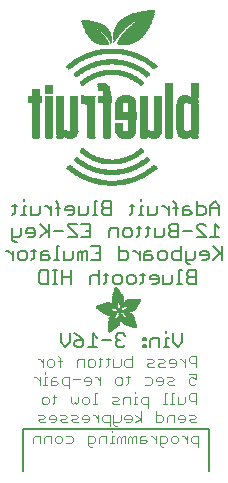
<source format=gbr>
G04 EAGLE Gerber RS-274X export*
G75*
%MOMM*%
%FSLAX34Y34*%
%LPD*%
%INSilkscreen Bottom*%
%IPPOS*%
%AMOC8*
5,1,8,0,0,1.08239X$1,22.5*%
G01*
%ADD10C,0.127000*%
%ADD11C,0.101600*%
%ADD12R,0.863600X0.025400*%
%ADD13R,1.371600X0.025400*%
%ADD14R,1.778000X0.025400*%
%ADD15R,2.082800X0.025400*%
%ADD16R,2.336800X0.025400*%
%ADD17R,2.540000X0.025400*%
%ADD18R,2.794000X0.025400*%
%ADD19R,2.997200X0.025400*%
%ADD20R,3.149600X0.025400*%
%ADD21R,3.352800X0.025400*%
%ADD22R,3.505200X0.025400*%
%ADD23R,3.657600X0.025400*%
%ADD24R,3.810000X0.025400*%
%ADD25R,3.962400X0.025400*%
%ADD26R,4.064000X0.025400*%
%ADD27R,1.676400X0.025400*%
%ADD28R,1.498600X0.025400*%
%ADD29R,1.524000X0.025400*%
%ADD30R,1.397000X0.025400*%
%ADD31R,1.295400X0.025400*%
%ADD32R,1.244600X0.025400*%
%ADD33R,1.193800X0.025400*%
%ADD34R,1.143000X0.025400*%
%ADD35R,1.092200X0.025400*%
%ADD36R,1.041400X0.025400*%
%ADD37R,1.016000X0.025400*%
%ADD38R,0.990600X0.025400*%
%ADD39R,0.965200X0.025400*%
%ADD40R,0.939800X0.025400*%
%ADD41R,0.914400X0.025400*%
%ADD42R,0.889000X0.025400*%
%ADD43R,0.838200X0.025400*%
%ADD44R,0.812800X0.025400*%
%ADD45R,0.787400X0.025400*%
%ADD46R,0.762000X0.025400*%
%ADD47R,0.736600X0.025400*%
%ADD48R,1.930400X0.025400*%
%ADD49R,2.184400X0.025400*%
%ADD50R,0.711200X0.025400*%
%ADD51R,2.387600X0.025400*%
%ADD52R,2.590800X0.025400*%
%ADD53R,2.743200X0.025400*%
%ADD54R,0.685800X0.025400*%
%ADD55R,2.946400X0.025400*%
%ADD56R,3.098800X0.025400*%
%ADD57R,3.251200X0.025400*%
%ADD58R,0.660400X0.025400*%
%ADD59R,3.759200X0.025400*%
%ADD60R,0.635000X0.025400*%
%ADD61R,1.473200X0.025400*%
%ADD62R,1.270000X0.025400*%
%ADD63R,0.609600X0.025400*%
%ADD64R,1.117600X0.025400*%
%ADD65R,1.066800X0.025400*%
%ADD66R,0.558800X0.025400*%
%ADD67R,0.533400X0.025400*%
%ADD68R,0.508000X0.025400*%
%ADD69R,0.457200X0.025400*%
%ADD70R,0.381000X0.025400*%
%ADD71R,0.304800X0.025400*%
%ADD72R,0.254000X0.025400*%
%ADD73R,0.203200X0.025400*%
%ADD74R,0.152400X0.025400*%
%ADD75R,1.574800X0.025400*%
%ADD76R,1.981200X0.025400*%
%ADD77R,2.692400X0.025400*%
%ADD78R,3.048000X0.025400*%
%ADD79R,3.200400X0.025400*%
%ADD80R,3.302000X0.025400*%
%ADD81R,1.600200X0.025400*%
%ADD82R,1.625600X0.025400*%
%ADD83R,1.320800X0.025400*%
%ADD84R,0.431800X0.025400*%
%ADD85R,0.330200X0.025400*%
%ADD86R,0.279400X0.025400*%
%ADD87R,0.228600X0.025400*%
%ADD88R,0.177800X0.025400*%
%ADD89R,0.127000X0.025400*%
%ADD90R,0.050800X0.025400*%
%ADD91R,0.584200X0.025400*%
%ADD92R,1.651000X0.025400*%
%ADD93R,1.346200X0.025400*%
%ADD94R,1.701800X0.025400*%
%ADD95R,1.447800X0.025400*%
%ADD96R,1.727200X0.025400*%
%ADD97R,1.752600X0.025400*%
%ADD98R,1.549400X0.025400*%
%ADD99R,1.803400X0.025400*%
%ADD100R,1.828800X0.025400*%
%ADD101R,1.168400X0.025400*%
%ADD102R,1.219200X0.025400*%
%ADD103R,0.482600X0.025400*%
%ADD104R,0.355600X0.025400*%
%ADD105R,0.025400X0.025400*%
%ADD106R,2.844800X0.025400*%
%ADD107R,2.235200X0.025400*%
%ADD108R,2.032000X0.025400*%
%ADD109R,0.076200X0.025400*%
%ADD110R,0.406400X0.025400*%
%ADD111R,3.530600X0.025400*%
%ADD112R,3.403600X0.025400*%
%ADD113R,2.438400X0.025400*%
%ADD114R,1.422400X0.025400*%
%ADD115R,4.114800X0.025400*%
%ADD116R,0.101600X0.025400*%
%ADD117R,1.854200X0.025400*%
%ADD118R,2.463800X0.025400*%
%ADD119R,2.413000X0.025400*%
%ADD120R,2.362200X0.025400*%
%ADD121R,2.311400X0.025400*%
%ADD122R,2.260600X0.025400*%
%ADD123R,2.133600X0.025400*%
%ADD124R,1.905000X0.025400*%
%ADD125R,0.050800X0.006300*%
%ADD126R,0.082600X0.006400*%
%ADD127R,0.120600X0.006300*%
%ADD128R,0.139700X0.006400*%
%ADD129R,0.158800X0.006300*%
%ADD130R,0.177800X0.006400*%
%ADD131R,0.196800X0.006300*%
%ADD132R,0.215900X0.006400*%
%ADD133R,0.228600X0.006300*%
%ADD134R,0.241300X0.006400*%
%ADD135R,0.254000X0.006300*%
%ADD136R,0.266700X0.006400*%
%ADD137R,0.279400X0.006300*%
%ADD138R,0.285700X0.006400*%
%ADD139R,0.298400X0.006300*%
%ADD140R,0.311200X0.006400*%
%ADD141R,0.317500X0.006300*%
%ADD142R,0.330200X0.006400*%
%ADD143R,0.336600X0.006300*%
%ADD144R,0.349200X0.006400*%
%ADD145R,0.361900X0.006300*%
%ADD146R,0.368300X0.006400*%
%ADD147R,0.381000X0.006300*%
%ADD148R,0.387300X0.006400*%
%ADD149R,0.393700X0.006300*%
%ADD150R,0.406400X0.006400*%
%ADD151R,0.412700X0.006300*%
%ADD152R,0.419100X0.006400*%
%ADD153R,0.431800X0.006300*%
%ADD154R,0.438100X0.006400*%
%ADD155R,0.450800X0.006300*%
%ADD156R,0.457200X0.006400*%
%ADD157R,0.463500X0.006300*%
%ADD158R,0.476200X0.006400*%
%ADD159R,0.482600X0.006300*%
%ADD160R,0.488900X0.006400*%
%ADD161R,0.501600X0.006300*%
%ADD162R,0.508000X0.006400*%
%ADD163R,0.514300X0.006300*%
%ADD164R,0.527000X0.006400*%
%ADD165R,0.533400X0.006300*%
%ADD166R,0.546100X0.006400*%
%ADD167R,0.552400X0.006300*%
%ADD168R,0.558800X0.006400*%
%ADD169R,0.571500X0.006300*%
%ADD170R,0.577800X0.006400*%
%ADD171R,0.584200X0.006300*%
%ADD172R,0.596900X0.006400*%
%ADD173R,0.603200X0.006300*%
%ADD174R,0.609600X0.006400*%
%ADD175R,0.622300X0.006300*%
%ADD176R,0.628600X0.006400*%
%ADD177R,0.641300X0.006300*%
%ADD178R,0.647700X0.006400*%
%ADD179R,0.063500X0.006300*%
%ADD180R,0.654000X0.006300*%
%ADD181R,0.101600X0.006400*%
%ADD182R,0.666700X0.006400*%
%ADD183R,0.139700X0.006300*%
%ADD184R,0.673100X0.006300*%
%ADD185R,0.165100X0.006400*%
%ADD186R,0.679400X0.006400*%
%ADD187R,0.196900X0.006300*%
%ADD188R,0.692100X0.006300*%
%ADD189R,0.222200X0.006400*%
%ADD190R,0.698500X0.006400*%
%ADD191R,0.247700X0.006300*%
%ADD192R,0.704800X0.006300*%
%ADD193R,0.279400X0.006400*%
%ADD194R,0.717500X0.006400*%
%ADD195R,0.298500X0.006300*%
%ADD196R,0.723900X0.006300*%
%ADD197R,0.736600X0.006400*%
%ADD198R,0.342900X0.006300*%
%ADD199R,0.742900X0.006300*%
%ADD200R,0.374700X0.006400*%
%ADD201R,0.749300X0.006400*%
%ADD202R,0.762000X0.006300*%
%ADD203R,0.412700X0.006400*%
%ADD204R,0.768300X0.006400*%
%ADD205R,0.438100X0.006300*%
%ADD206R,0.774700X0.006300*%
%ADD207R,0.463600X0.006400*%
%ADD208R,0.787400X0.006400*%
%ADD209R,0.793700X0.006300*%
%ADD210R,0.495300X0.006400*%
%ADD211R,0.800100X0.006400*%
%ADD212R,0.520700X0.006300*%
%ADD213R,0.812800X0.006300*%
%ADD214R,0.533400X0.006400*%
%ADD215R,0.819100X0.006400*%
%ADD216R,0.558800X0.006300*%
%ADD217R,0.825500X0.006300*%
%ADD218R,0.577900X0.006400*%
%ADD219R,0.831800X0.006400*%
%ADD220R,0.596900X0.006300*%
%ADD221R,0.844500X0.006300*%
%ADD222R,0.616000X0.006400*%
%ADD223R,0.850900X0.006400*%
%ADD224R,0.635000X0.006300*%
%ADD225R,0.857200X0.006300*%
%ADD226R,0.654100X0.006400*%
%ADD227R,0.863600X0.006400*%
%ADD228R,0.666700X0.006300*%
%ADD229R,0.869900X0.006300*%
%ADD230R,0.685800X0.006400*%
%ADD231R,0.876300X0.006400*%
%ADD232R,0.882600X0.006300*%
%ADD233R,0.723900X0.006400*%
%ADD234R,0.889000X0.006400*%
%ADD235R,0.895300X0.006300*%
%ADD236R,0.755700X0.006400*%
%ADD237R,0.901700X0.006400*%
%ADD238R,0.908000X0.006300*%
%ADD239R,0.793800X0.006400*%
%ADD240R,0.914400X0.006400*%
%ADD241R,0.806400X0.006300*%
%ADD242R,0.920700X0.006300*%
%ADD243R,0.825500X0.006400*%
%ADD244R,0.927100X0.006400*%
%ADD245R,0.933400X0.006300*%
%ADD246R,0.857300X0.006400*%
%ADD247R,0.939800X0.006400*%
%ADD248R,0.870000X0.006300*%
%ADD249R,0.939800X0.006300*%
%ADD250R,0.946100X0.006400*%
%ADD251R,0.952500X0.006300*%
%ADD252R,0.908000X0.006400*%
%ADD253R,0.958800X0.006400*%
%ADD254R,0.965200X0.006300*%
%ADD255R,0.965200X0.006400*%
%ADD256R,0.971500X0.006300*%
%ADD257R,0.952500X0.006400*%
%ADD258R,0.977900X0.006400*%
%ADD259R,0.958800X0.006300*%
%ADD260R,0.984200X0.006300*%
%ADD261R,0.971500X0.006400*%
%ADD262R,0.984200X0.006400*%
%ADD263R,0.990600X0.006300*%
%ADD264R,0.984300X0.006400*%
%ADD265R,0.996900X0.006400*%
%ADD266R,0.997000X0.006300*%
%ADD267R,0.996900X0.006300*%
%ADD268R,1.003300X0.006400*%
%ADD269R,1.016000X0.006300*%
%ADD270R,1.009600X0.006300*%
%ADD271R,1.016000X0.006400*%
%ADD272R,1.009600X0.006400*%
%ADD273R,1.022300X0.006300*%
%ADD274R,1.028700X0.006400*%
%ADD275R,1.035100X0.006300*%
%ADD276R,1.047800X0.006400*%
%ADD277R,1.054100X0.006300*%
%ADD278R,1.028700X0.006300*%
%ADD279R,1.054100X0.006400*%
%ADD280R,1.035000X0.006400*%
%ADD281R,1.060400X0.006300*%
%ADD282R,1.035000X0.006300*%
%ADD283R,1.060500X0.006400*%
%ADD284R,1.041400X0.006400*%
%ADD285R,1.066800X0.006300*%
%ADD286R,1.041400X0.006300*%
%ADD287R,1.079500X0.006400*%
%ADD288R,1.047700X0.006400*%
%ADD289R,1.085900X0.006300*%
%ADD290R,1.047700X0.006300*%
%ADD291R,1.085800X0.006400*%
%ADD292R,1.092200X0.006300*%
%ADD293R,1.085900X0.006400*%
%ADD294R,1.098600X0.006300*%
%ADD295R,1.098600X0.006400*%
%ADD296R,1.060400X0.006400*%
%ADD297R,1.104900X0.006300*%
%ADD298R,1.104900X0.006400*%
%ADD299R,1.066800X0.006400*%
%ADD300R,1.111200X0.006300*%
%ADD301R,1.117600X0.006400*%
%ADD302R,1.117600X0.006300*%
%ADD303R,1.073100X0.006300*%
%ADD304R,1.073100X0.006400*%
%ADD305R,1.124000X0.006300*%
%ADD306R,1.079500X0.006300*%
%ADD307R,1.123900X0.006400*%
%ADD308R,1.130300X0.006300*%
%ADD309R,1.130300X0.006400*%
%ADD310R,1.136700X0.006400*%
%ADD311R,1.136700X0.006300*%
%ADD312R,1.085800X0.006300*%
%ADD313R,1.136600X0.006400*%
%ADD314R,1.136600X0.006300*%
%ADD315R,1.143000X0.006400*%
%ADD316R,1.143000X0.006300*%
%ADD317R,1.149400X0.006300*%
%ADD318R,1.149300X0.006300*%
%ADD319R,1.149300X0.006400*%
%ADD320R,1.149400X0.006400*%
%ADD321R,1.155700X0.006400*%
%ADD322R,1.155700X0.006300*%
%ADD323R,1.060500X0.006300*%
%ADD324R,2.197100X0.006400*%
%ADD325R,2.197100X0.006300*%
%ADD326R,2.184400X0.006300*%
%ADD327R,2.184400X0.006400*%
%ADD328R,2.171700X0.006400*%
%ADD329R,2.171700X0.006300*%
%ADD330R,1.530300X0.006400*%
%ADD331R,1.505000X0.006300*%
%ADD332R,1.492300X0.006400*%
%ADD333R,1.485900X0.006300*%
%ADD334R,0.565200X0.006300*%
%ADD335R,1.473200X0.006400*%
%ADD336R,0.565200X0.006400*%
%ADD337R,1.460500X0.006300*%
%ADD338R,1.454100X0.006400*%
%ADD339R,0.552400X0.006400*%
%ADD340R,1.441500X0.006300*%
%ADD341R,0.546100X0.006300*%
%ADD342R,1.435100X0.006400*%
%ADD343R,0.539800X0.006400*%
%ADD344R,1.428800X0.006300*%
%ADD345R,1.422400X0.006400*%
%ADD346R,1.409700X0.006300*%
%ADD347R,0.527100X0.006300*%
%ADD348R,1.403300X0.006400*%
%ADD349R,0.527100X0.006400*%
%ADD350R,1.390700X0.006300*%
%ADD351R,1.384300X0.006400*%
%ADD352R,0.520700X0.006400*%
%ADD353R,1.384300X0.006300*%
%ADD354R,0.514400X0.006300*%
%ADD355R,1.371600X0.006400*%
%ADD356R,1.365200X0.006300*%
%ADD357R,0.508000X0.006300*%
%ADD358R,1.352600X0.006400*%
%ADD359R,0.501700X0.006400*%
%ADD360R,0.711200X0.006300*%
%ADD361R,0.603300X0.006300*%
%ADD362R,0.501700X0.006300*%
%ADD363R,0.692100X0.006400*%
%ADD364R,0.571500X0.006400*%
%ADD365R,0.679400X0.006300*%
%ADD366R,0.495300X0.006300*%
%ADD367R,0.673100X0.006400*%
%ADD368R,0.666800X0.006300*%
%ADD369R,0.488900X0.006300*%
%ADD370R,0.660400X0.006400*%
%ADD371R,0.482600X0.006400*%
%ADD372R,0.476200X0.006300*%
%ADD373R,0.654000X0.006400*%
%ADD374R,0.469900X0.006400*%
%ADD375R,0.476300X0.006400*%
%ADD376R,0.647700X0.006300*%
%ADD377R,0.457200X0.006300*%
%ADD378R,0.469900X0.006300*%
%ADD379R,0.641300X0.006400*%
%ADD380R,0.444500X0.006400*%
%ADD381R,0.463600X0.006300*%
%ADD382R,0.635000X0.006400*%
%ADD383R,0.463500X0.006400*%
%ADD384R,0.393700X0.006400*%
%ADD385R,0.450800X0.006400*%
%ADD386R,0.628600X0.006300*%
%ADD387R,0.387400X0.006300*%
%ADD388R,0.450900X0.006300*%
%ADD389R,0.628700X0.006400*%
%ADD390R,0.374600X0.006400*%
%ADD391R,0.368300X0.006300*%
%ADD392R,0.438200X0.006300*%
%ADD393R,0.622300X0.006400*%
%ADD394R,0.355600X0.006400*%
%ADD395R,0.431800X0.006400*%
%ADD396R,0.349300X0.006300*%
%ADD397R,0.425400X0.006300*%
%ADD398R,0.615900X0.006300*%
%ADD399R,0.330200X0.006300*%
%ADD400R,0.419100X0.006300*%
%ADD401R,0.616000X0.006300*%
%ADD402R,0.311200X0.006300*%
%ADD403R,0.406400X0.006300*%
%ADD404R,0.615900X0.006400*%
%ADD405R,0.304800X0.006400*%
%ADD406R,0.158800X0.006400*%
%ADD407R,0.609600X0.006300*%
%ADD408R,0.292100X0.006300*%
%ADD409R,0.235000X0.006300*%
%ADD410R,0.387400X0.006400*%
%ADD411R,0.292100X0.006400*%
%ADD412R,0.336500X0.006300*%
%ADD413R,0.260400X0.006300*%
%ADD414R,0.603300X0.006400*%
%ADD415R,0.260400X0.006400*%
%ADD416R,0.362000X0.006400*%
%ADD417R,0.450900X0.006400*%
%ADD418R,0.355600X0.006300*%
%ADD419R,0.342900X0.006400*%
%ADD420R,0.514300X0.006400*%
%ADD421R,0.234900X0.006300*%
%ADD422R,0.539700X0.006300*%
%ADD423R,0.603200X0.006400*%
%ADD424R,0.234900X0.006400*%
%ADD425R,0.920700X0.006400*%
%ADD426R,0.958900X0.006400*%
%ADD427R,0.215900X0.006300*%
%ADD428R,0.209600X0.006400*%
%ADD429R,0.203200X0.006300*%
%ADD430R,1.003300X0.006300*%
%ADD431R,0.203200X0.006400*%
%ADD432R,0.196900X0.006400*%
%ADD433R,0.190500X0.006300*%
%ADD434R,0.190500X0.006400*%
%ADD435R,0.184200X0.006300*%
%ADD436R,0.590500X0.006400*%
%ADD437R,0.184200X0.006400*%
%ADD438R,0.590500X0.006300*%
%ADD439R,0.177800X0.006300*%
%ADD440R,0.584200X0.006400*%
%ADD441R,1.168400X0.006400*%
%ADD442R,0.171500X0.006300*%
%ADD443R,1.187500X0.006300*%
%ADD444R,1.200100X0.006400*%
%ADD445R,0.577800X0.006300*%
%ADD446R,1.212900X0.006300*%
%ADD447R,1.231900X0.006400*%
%ADD448R,1.250900X0.006300*%
%ADD449R,0.565100X0.006400*%
%ADD450R,0.184100X0.006400*%
%ADD451R,1.263700X0.006400*%
%ADD452R,0.565100X0.006300*%
%ADD453R,1.289100X0.006300*%
%ADD454R,1.314400X0.006400*%
%ADD455R,0.552500X0.006300*%
%ADD456R,1.568500X0.006300*%
%ADD457R,0.552500X0.006400*%
%ADD458R,1.581200X0.006400*%
%ADD459R,1.593800X0.006300*%
%ADD460R,1.606500X0.006400*%
%ADD461R,1.619300X0.006300*%
%ADD462R,0.514400X0.006400*%
%ADD463R,1.638300X0.006400*%
%ADD464R,1.657300X0.006300*%
%ADD465R,2.209800X0.006400*%
%ADD466R,2.425700X0.006300*%
%ADD467R,2.470100X0.006400*%
%ADD468R,2.501900X0.006300*%
%ADD469R,2.533700X0.006400*%
%ADD470R,2.559000X0.006300*%
%ADD471R,2.584500X0.006400*%
%ADD472R,2.609900X0.006300*%
%ADD473R,2.628900X0.006400*%
%ADD474R,2.660600X0.006300*%
%ADD475R,2.673400X0.006400*%
%ADD476R,1.422400X0.006300*%
%ADD477R,1.200200X0.006300*%
%ADD478R,1.365300X0.006300*%
%ADD479R,1.365300X0.006400*%
%ADD480R,1.352500X0.006300*%
%ADD481R,1.098500X0.006300*%
%ADD482R,1.358900X0.006400*%
%ADD483R,1.352600X0.006300*%
%ADD484R,1.358900X0.006300*%
%ADD485R,1.371600X0.006300*%
%ADD486R,1.377900X0.006400*%
%ADD487R,1.397000X0.006400*%
%ADD488R,1.403300X0.006300*%
%ADD489R,0.914400X0.006300*%
%ADD490R,0.876300X0.006300*%
%ADD491R,0.374600X0.006300*%
%ADD492R,1.073200X0.006400*%
%ADD493R,0.374700X0.006300*%
%ADD494R,0.844600X0.006400*%
%ADD495R,0.844600X0.006300*%
%ADD496R,0.831900X0.006400*%
%ADD497R,1.092200X0.006400*%
%ADD498R,0.400000X0.006300*%
%ADD499R,0.819200X0.006400*%
%ADD500R,1.111300X0.006400*%
%ADD501R,0.812800X0.006400*%
%ADD502R,0.800100X0.006300*%
%ADD503R,0.476300X0.006300*%
%ADD504R,1.181100X0.006300*%
%ADD505R,0.501600X0.006400*%
%ADD506R,1.193800X0.006400*%
%ADD507R,0.781000X0.006400*%
%ADD508R,1.238200X0.006400*%
%ADD509R,0.781100X0.006300*%
%ADD510R,1.257300X0.006300*%
%ADD511R,1.295400X0.006400*%
%ADD512R,1.333500X0.006300*%
%ADD513R,0.774700X0.006400*%
%ADD514R,1.866900X0.006400*%
%ADD515R,0.209600X0.006300*%
%ADD516R,1.866900X0.006300*%
%ADD517R,0.768400X0.006400*%
%ADD518R,0.209500X0.006400*%
%ADD519R,1.860600X0.006400*%
%ADD520R,0.762000X0.006400*%
%ADD521R,0.768400X0.006300*%
%ADD522R,1.860600X0.006300*%
%ADD523R,1.860500X0.006400*%
%ADD524R,0.222300X0.006300*%
%ADD525R,1.854200X0.006300*%
%ADD526R,0.235000X0.006400*%
%ADD527R,1.854200X0.006400*%
%ADD528R,0.768300X0.006300*%
%ADD529R,0.260300X0.006400*%
%ADD530R,1.847800X0.006400*%
%ADD531R,0.266700X0.006300*%
%ADD532R,1.847800X0.006300*%
%ADD533R,0.273100X0.006400*%
%ADD534R,1.841500X0.006400*%
%ADD535R,0.285800X0.006300*%
%ADD536R,1.841500X0.006300*%
%ADD537R,0.298500X0.006400*%
%ADD538R,1.835100X0.006400*%
%ADD539R,0.781000X0.006300*%
%ADD540R,0.304800X0.006300*%
%ADD541R,1.835100X0.006300*%
%ADD542R,0.317500X0.006400*%
%ADD543R,1.828800X0.006400*%
%ADD544R,0.787400X0.006300*%
%ADD545R,0.323800X0.006300*%
%ADD546R,1.828800X0.006300*%
%ADD547R,0.793700X0.006400*%
%ADD548R,1.822400X0.006400*%
%ADD549R,0.806500X0.006300*%
%ADD550R,1.822400X0.006300*%
%ADD551R,1.816100X0.006400*%
%ADD552R,0.819100X0.006300*%
%ADD553R,0.387300X0.006300*%
%ADD554R,1.816100X0.006300*%
%ADD555R,1.809800X0.006400*%
%ADD556R,1.803400X0.006300*%
%ADD557R,1.797000X0.006400*%
%ADD558R,0.901700X0.006300*%
%ADD559R,1.797000X0.006300*%
%ADD560R,1.441400X0.006400*%
%ADD561R,1.790700X0.006400*%
%ADD562R,1.447800X0.006300*%
%ADD563R,1.784300X0.006300*%
%ADD564R,1.447800X0.006400*%
%ADD565R,1.784300X0.006400*%
%ADD566R,1.454100X0.006300*%
%ADD567R,1.771700X0.006300*%
%ADD568R,1.460500X0.006400*%
%ADD569R,1.759000X0.006400*%
%ADD570R,1.466800X0.006300*%
%ADD571R,1.752600X0.006300*%
%ADD572R,1.466800X0.006400*%
%ADD573R,1.739900X0.006400*%
%ADD574R,1.473200X0.006300*%
%ADD575R,1.727200X0.006300*%
%ADD576R,1.479500X0.006400*%
%ADD577R,1.714500X0.006400*%
%ADD578R,1.695400X0.006300*%
%ADD579R,1.485900X0.006400*%
%ADD580R,1.682700X0.006400*%
%ADD581R,1.492200X0.006300*%
%ADD582R,1.663700X0.006300*%
%ADD583R,1.498600X0.006400*%
%ADD584R,1.644600X0.006400*%
%ADD585R,1.498600X0.006300*%
%ADD586R,1.619200X0.006300*%
%ADD587R,1.511300X0.006400*%
%ADD588R,1.600200X0.006400*%
%ADD589R,1.517700X0.006300*%
%ADD590R,1.574800X0.006300*%
%ADD591R,1.524000X0.006400*%
%ADD592R,1.555800X0.006400*%
%ADD593R,1.524000X0.006300*%
%ADD594R,1.536700X0.006300*%
%ADD595R,1.530400X0.006400*%
%ADD596R,1.517700X0.006400*%
%ADD597R,1.492300X0.006300*%
%ADD598R,1.549400X0.006400*%
%ADD599R,1.479600X0.006400*%
%ADD600R,1.549400X0.006300*%
%ADD601R,1.555700X0.006400*%
%ADD602R,1.562100X0.006300*%
%ADD603R,0.323900X0.006300*%
%ADD604R,1.568400X0.006400*%
%ADD605R,0.336600X0.006400*%
%ADD606R,1.587500X0.006300*%
%ADD607R,0.971600X0.006300*%
%ADD608R,0.349300X0.006400*%
%ADD609R,1.600200X0.006300*%
%ADD610R,0.920800X0.006300*%
%ADD611R,0.882700X0.006400*%
%ADD612R,1.612900X0.006300*%
%ADD613R,0.362000X0.006300*%
%ADD614R,1.625600X0.006400*%
%ADD615R,1.625600X0.006300*%
%ADD616R,1.644600X0.006300*%
%ADD617R,0.736600X0.006300*%
%ADD618R,0.717600X0.006400*%
%ADD619R,1.657400X0.006300*%
%ADD620R,0.679500X0.006300*%
%ADD621R,1.663700X0.006400*%
%ADD622R,0.400000X0.006400*%
%ADD623R,1.676400X0.006300*%
%ADD624R,1.676400X0.006400*%
%ADD625R,0.425500X0.006400*%
%ADD626R,1.352500X0.006400*%
%ADD627R,0.444500X0.006300*%
%ADD628R,0.361900X0.006400*%
%ADD629R,0.088900X0.006300*%
%ADD630R,1.009700X0.006300*%
%ADD631R,1.009700X0.006400*%
%ADD632R,1.022300X0.006400*%
%ADD633R,1.346200X0.006400*%
%ADD634R,1.346200X0.006300*%
%ADD635R,1.339900X0.006400*%
%ADD636R,1.035100X0.006400*%
%ADD637R,1.339800X0.006300*%
%ADD638R,1.333500X0.006400*%
%ADD639R,1.327200X0.006400*%
%ADD640R,1.320800X0.006300*%
%ADD641R,1.314500X0.006400*%
%ADD642R,1.314400X0.006300*%
%ADD643R,1.301700X0.006400*%
%ADD644R,1.295400X0.006300*%
%ADD645R,1.289000X0.006400*%
%ADD646R,1.276300X0.006300*%
%ADD647R,1.251000X0.006300*%
%ADD648R,1.244600X0.006400*%
%ADD649R,1.231900X0.006300*%
%ADD650R,1.212800X0.006400*%
%ADD651R,1.200100X0.006300*%
%ADD652R,1.187400X0.006400*%
%ADD653R,1.168400X0.006300*%
%ADD654R,1.047800X0.006300*%
%ADD655R,0.977900X0.006300*%
%ADD656R,0.946200X0.006400*%
%ADD657R,0.933400X0.006400*%
%ADD658R,0.895300X0.006400*%
%ADD659R,0.882700X0.006300*%
%ADD660R,0.863600X0.006300*%
%ADD661R,0.857200X0.006400*%
%ADD662R,0.850900X0.006300*%
%ADD663R,0.838200X0.006300*%
%ADD664R,0.806500X0.006400*%
%ADD665R,0.717600X0.006300*%
%ADD666R,0.711200X0.006400*%
%ADD667R,0.641400X0.006400*%
%ADD668R,0.641400X0.006300*%
%ADD669R,0.628700X0.006300*%
%ADD670R,0.590600X0.006300*%
%ADD671R,0.539700X0.006400*%
%ADD672R,0.285700X0.006300*%
%ADD673R,0.222200X0.006300*%
%ADD674R,0.171400X0.006300*%
%ADD675R,0.152400X0.006400*%
%ADD676R,0.133400X0.006300*%


D10*
X202049Y217805D02*
X202049Y225432D01*
X198236Y229245D01*
X194422Y225432D01*
X194422Y217805D01*
X194422Y223525D02*
X202049Y223525D01*
X182728Y229245D02*
X182728Y217805D01*
X188448Y217805D01*
X190355Y219712D01*
X190355Y223525D01*
X188448Y225432D01*
X182728Y225432D01*
X176754Y225432D02*
X172941Y225432D01*
X171035Y223525D01*
X171035Y217805D01*
X176754Y217805D01*
X178661Y219712D01*
X176754Y221618D01*
X171035Y221618D01*
X165060Y217805D02*
X165060Y227338D01*
X163154Y229245D01*
X163154Y223525D02*
X166967Y223525D01*
X159171Y225432D02*
X159171Y217805D01*
X159171Y221618D02*
X155358Y225432D01*
X153451Y225432D01*
X149426Y225432D02*
X149426Y219712D01*
X147519Y217805D01*
X141800Y217805D01*
X141800Y225432D01*
X137732Y225432D02*
X135826Y225432D01*
X135826Y217805D01*
X137732Y217805D02*
X133919Y217805D01*
X135826Y229245D02*
X135826Y231151D01*
X128030Y227338D02*
X128030Y219712D01*
X126123Y217805D01*
X126123Y225432D02*
X129936Y225432D01*
X110446Y229245D02*
X110446Y217805D01*
X110446Y229245D02*
X104726Y229245D01*
X102820Y227338D01*
X102820Y225432D01*
X104726Y223525D01*
X102820Y221618D01*
X102820Y219712D01*
X104726Y217805D01*
X110446Y217805D01*
X110446Y223525D02*
X104726Y223525D01*
X98752Y229245D02*
X96846Y229245D01*
X96846Y217805D01*
X98752Y217805D02*
X94939Y217805D01*
X90956Y219712D02*
X90956Y225432D01*
X90956Y219712D02*
X89050Y217805D01*
X83330Y217805D01*
X83330Y225432D01*
X77356Y217805D02*
X73542Y217805D01*
X77356Y217805D02*
X79262Y219712D01*
X79262Y223525D01*
X77356Y225432D01*
X73542Y225432D01*
X71636Y223525D01*
X71636Y221618D01*
X79262Y221618D01*
X65662Y217805D02*
X65662Y227338D01*
X63755Y229245D01*
X63755Y223525D02*
X67568Y223525D01*
X59772Y225432D02*
X59772Y217805D01*
X59772Y221618D02*
X55959Y225432D01*
X54053Y225432D01*
X50027Y225432D02*
X50027Y219712D01*
X48121Y217805D01*
X42401Y217805D01*
X42401Y225432D01*
X38333Y225432D02*
X36427Y225432D01*
X36427Y217805D01*
X38333Y217805D02*
X34520Y217805D01*
X36427Y229245D02*
X36427Y231151D01*
X28631Y227338D02*
X28631Y219712D01*
X26724Y217805D01*
X26724Y225432D02*
X30537Y225432D01*
X181880Y170825D02*
X181880Y159385D01*
X181880Y170825D02*
X176160Y170825D01*
X174253Y168918D01*
X174253Y167012D01*
X176160Y165105D01*
X174253Y163198D01*
X174253Y161292D01*
X176160Y159385D01*
X181880Y159385D01*
X181880Y165105D02*
X176160Y165105D01*
X170186Y170825D02*
X168279Y170825D01*
X168279Y159385D01*
X166373Y159385D02*
X170186Y159385D01*
X162390Y161292D02*
X162390Y167012D01*
X162390Y161292D02*
X160483Y159385D01*
X154764Y159385D01*
X154764Y167012D01*
X148789Y159385D02*
X144976Y159385D01*
X148789Y159385D02*
X150696Y161292D01*
X150696Y165105D01*
X148789Y167012D01*
X144976Y167012D01*
X143070Y165105D01*
X143070Y163198D01*
X150696Y163198D01*
X137095Y161292D02*
X137095Y168918D01*
X137095Y161292D02*
X135189Y159385D01*
X135189Y167012D02*
X139002Y167012D01*
X129300Y159385D02*
X125486Y159385D01*
X123580Y161292D01*
X123580Y165105D01*
X125486Y167012D01*
X129300Y167012D01*
X131206Y165105D01*
X131206Y161292D01*
X129300Y159385D01*
X117606Y159385D02*
X113792Y159385D01*
X111886Y161292D01*
X111886Y165105D01*
X113792Y167012D01*
X117606Y167012D01*
X119512Y165105D01*
X119512Y161292D01*
X117606Y159385D01*
X105912Y161292D02*
X105912Y168918D01*
X105912Y161292D02*
X104005Y159385D01*
X104005Y167012D02*
X107818Y167012D01*
X100022Y170825D02*
X100022Y159385D01*
X100022Y165105D02*
X98116Y167012D01*
X94302Y167012D01*
X92396Y165105D01*
X92396Y159385D01*
X76634Y159385D02*
X76634Y170825D01*
X76634Y165105D02*
X69008Y165105D01*
X69008Y170825D02*
X69008Y159385D01*
X64940Y159385D02*
X61127Y159385D01*
X63034Y159385D02*
X63034Y170825D01*
X64940Y170825D02*
X61127Y170825D01*
X57144Y170825D02*
X57144Y159385D01*
X51424Y159385D01*
X49518Y161292D01*
X49518Y168918D01*
X51424Y170825D01*
X57144Y170825D01*
X204677Y179705D02*
X204677Y191145D01*
X204677Y183518D02*
X197050Y191145D01*
X202770Y185425D02*
X197050Y179705D01*
X191076Y179705D02*
X187263Y179705D01*
X191076Y179705D02*
X192983Y181612D01*
X192983Y185425D01*
X191076Y187332D01*
X187263Y187332D01*
X185356Y185425D01*
X185356Y183518D01*
X192983Y183518D01*
X181289Y181612D02*
X181289Y187332D01*
X181289Y181612D02*
X179382Y179705D01*
X173663Y179705D01*
X173663Y177798D02*
X173663Y187332D01*
X173663Y177798D02*
X175569Y175892D01*
X177476Y175892D01*
X169595Y179705D02*
X169595Y191145D01*
X169595Y179705D02*
X163875Y179705D01*
X161969Y181612D01*
X161969Y185425D01*
X163875Y187332D01*
X169595Y187332D01*
X155994Y179705D02*
X152181Y179705D01*
X150275Y181612D01*
X150275Y185425D01*
X152181Y187332D01*
X155994Y187332D01*
X157901Y185425D01*
X157901Y181612D01*
X155994Y179705D01*
X144300Y187332D02*
X140487Y187332D01*
X138581Y185425D01*
X138581Y179705D01*
X144300Y179705D01*
X146207Y181612D01*
X144300Y183518D01*
X138581Y183518D01*
X134513Y179705D02*
X134513Y187332D01*
X130700Y187332D02*
X134513Y183518D01*
X130700Y187332D02*
X128793Y187332D01*
X117142Y191145D02*
X117142Y179705D01*
X122862Y179705D01*
X124768Y181612D01*
X124768Y185425D01*
X122862Y187332D01*
X117142Y187332D01*
X101380Y191145D02*
X93754Y191145D01*
X101380Y191145D02*
X101380Y179705D01*
X93754Y179705D01*
X97567Y185425D02*
X101380Y185425D01*
X89686Y187332D02*
X89686Y179705D01*
X89686Y187332D02*
X87780Y187332D01*
X85873Y185425D01*
X85873Y179705D01*
X85873Y185425D02*
X83966Y187332D01*
X82060Y185425D01*
X82060Y179705D01*
X77992Y181612D02*
X77992Y187332D01*
X77992Y181612D02*
X76086Y179705D01*
X70366Y179705D01*
X70366Y187332D01*
X66298Y191145D02*
X64392Y191145D01*
X64392Y179705D01*
X66298Y179705D02*
X62485Y179705D01*
X56596Y187332D02*
X52782Y187332D01*
X50876Y185425D01*
X50876Y179705D01*
X56596Y179705D01*
X58502Y181612D01*
X56596Y183518D01*
X50876Y183518D01*
X44902Y181612D02*
X44902Y189238D01*
X44902Y181612D02*
X42995Y179705D01*
X42995Y187332D02*
X46808Y187332D01*
X37106Y179705D02*
X33293Y179705D01*
X31386Y181612D01*
X31386Y185425D01*
X33293Y187332D01*
X37106Y187332D01*
X39012Y185425D01*
X39012Y181612D01*
X37106Y179705D01*
X27318Y179705D02*
X27318Y187332D01*
X23505Y187332D02*
X27318Y183518D01*
X23505Y187332D02*
X21599Y187332D01*
X170815Y117485D02*
X170815Y109858D01*
X167002Y106045D01*
X163189Y109858D01*
X163189Y117485D01*
X159121Y113672D02*
X157214Y113672D01*
X157214Y106045D01*
X155308Y106045D02*
X159121Y106045D01*
X157214Y117485D02*
X157214Y119391D01*
X151325Y113672D02*
X151325Y106045D01*
X151325Y113672D02*
X145605Y113672D01*
X143699Y111765D01*
X143699Y106045D01*
X139631Y113672D02*
X137724Y113672D01*
X137724Y111765D01*
X139631Y111765D01*
X139631Y113672D01*
X139631Y107952D02*
X137724Y107952D01*
X137724Y106045D01*
X139631Y106045D01*
X139631Y107952D01*
X122090Y115578D02*
X120184Y117485D01*
X116370Y117485D01*
X114464Y115578D01*
X114464Y113672D01*
X116370Y111765D01*
X118277Y111765D01*
X116370Y111765D02*
X114464Y109858D01*
X114464Y107952D01*
X116370Y106045D01*
X120184Y106045D01*
X122090Y107952D01*
X110396Y111765D02*
X102770Y111765D01*
X98702Y113672D02*
X94889Y117485D01*
X94889Y106045D01*
X98702Y106045D02*
X91076Y106045D01*
X83195Y115578D02*
X79382Y117485D01*
X83195Y115578D02*
X87008Y111765D01*
X87008Y107952D01*
X85102Y106045D01*
X81288Y106045D01*
X79382Y107952D01*
X79382Y109858D01*
X81288Y111765D01*
X87008Y111765D01*
X75314Y109858D02*
X75314Y117485D01*
X75314Y109858D02*
X71501Y106045D01*
X67688Y109858D01*
X67688Y117485D01*
D11*
X182372Y98560D02*
X182372Y89408D01*
X182372Y98560D02*
X177796Y98560D01*
X176271Y97035D01*
X176271Y93984D01*
X177796Y92459D01*
X182372Y92459D01*
X173017Y89408D02*
X173017Y95509D01*
X173017Y92459D02*
X169966Y95509D01*
X168441Y95509D01*
X163696Y89408D02*
X160645Y89408D01*
X163696Y89408D02*
X165221Y90933D01*
X165221Y93984D01*
X163696Y95509D01*
X160645Y95509D01*
X159120Y93984D01*
X159120Y92459D01*
X165221Y92459D01*
X155866Y89408D02*
X151290Y89408D01*
X149764Y90933D01*
X151290Y92459D01*
X154340Y92459D01*
X155866Y93984D01*
X154340Y95509D01*
X149764Y95509D01*
X146510Y89408D02*
X141935Y89408D01*
X140409Y90933D01*
X141935Y92459D01*
X144985Y92459D01*
X146510Y93984D01*
X144985Y95509D01*
X140409Y95509D01*
X127800Y98560D02*
X127800Y89408D01*
X123224Y89408D01*
X121699Y90933D01*
X121699Y93984D01*
X123224Y95509D01*
X127800Y95509D01*
X118445Y95509D02*
X118445Y90933D01*
X116920Y89408D01*
X112344Y89408D01*
X112344Y95509D01*
X107564Y97035D02*
X107564Y90933D01*
X106039Y89408D01*
X106039Y95509D02*
X109090Y95509D01*
X101328Y97035D02*
X101328Y90933D01*
X99802Y89408D01*
X99802Y95509D02*
X102853Y95509D01*
X95091Y89408D02*
X92040Y89408D01*
X90515Y90933D01*
X90515Y93984D01*
X92040Y95509D01*
X95091Y95509D01*
X96616Y93984D01*
X96616Y90933D01*
X95091Y89408D01*
X87261Y89408D02*
X87261Y95509D01*
X82685Y95509D01*
X81160Y93984D01*
X81160Y89408D01*
X67025Y89408D02*
X67025Y97035D01*
X65500Y98560D01*
X65500Y93984D02*
X68551Y93984D01*
X60789Y89408D02*
X57738Y89408D01*
X56213Y90933D01*
X56213Y93984D01*
X57738Y95509D01*
X60789Y95509D01*
X62314Y93984D01*
X62314Y90933D01*
X60789Y89408D01*
X52959Y89408D02*
X52959Y95509D01*
X52959Y92459D02*
X49908Y95509D01*
X48383Y95509D01*
X176271Y83320D02*
X182372Y83320D01*
X182372Y78744D01*
X179321Y80269D01*
X177796Y80269D01*
X176271Y78744D01*
X176271Y75693D01*
X177796Y74168D01*
X180847Y74168D01*
X182372Y75693D01*
X163662Y74168D02*
X159086Y74168D01*
X157560Y75693D01*
X159086Y77219D01*
X162136Y77219D01*
X163662Y78744D01*
X162136Y80269D01*
X157560Y80269D01*
X152781Y74168D02*
X149731Y74168D01*
X152781Y74168D02*
X154306Y75693D01*
X154306Y78744D01*
X152781Y80269D01*
X149731Y80269D01*
X148205Y78744D01*
X148205Y77219D01*
X154306Y77219D01*
X143426Y80269D02*
X138850Y80269D01*
X143426Y80269D02*
X144951Y78744D01*
X144951Y75693D01*
X143426Y74168D01*
X138850Y74168D01*
X124716Y75693D02*
X124716Y81795D01*
X124716Y75693D02*
X123190Y74168D01*
X123190Y80269D02*
X126241Y80269D01*
X118479Y74168D02*
X115428Y74168D01*
X113903Y75693D01*
X113903Y78744D01*
X115428Y80269D01*
X118479Y80269D01*
X120004Y78744D01*
X120004Y75693D01*
X118479Y74168D01*
X101294Y74168D02*
X101294Y80269D01*
X101294Y77219D02*
X98243Y80269D01*
X96718Y80269D01*
X91972Y74168D02*
X88922Y74168D01*
X91972Y74168D02*
X93498Y75693D01*
X93498Y78744D01*
X91972Y80269D01*
X88922Y80269D01*
X87397Y78744D01*
X87397Y77219D01*
X93498Y77219D01*
X84143Y78744D02*
X78041Y78744D01*
X74787Y80269D02*
X74787Y71117D01*
X74787Y80269D02*
X70211Y80269D01*
X68686Y78744D01*
X68686Y75693D01*
X70211Y74168D01*
X74787Y74168D01*
X63907Y80269D02*
X60856Y80269D01*
X59331Y78744D01*
X59331Y74168D01*
X63907Y74168D01*
X65432Y75693D01*
X63907Y77219D01*
X59331Y77219D01*
X56077Y80269D02*
X54552Y80269D01*
X54552Y74168D01*
X56077Y74168D02*
X53026Y74168D01*
X54552Y83320D02*
X54552Y84845D01*
X49840Y80269D02*
X49840Y74168D01*
X49840Y77219D02*
X46790Y80269D01*
X45264Y80269D01*
D10*
X198236Y210195D02*
X202049Y206382D01*
X198236Y210195D02*
X198236Y198755D01*
X202049Y198755D02*
X194422Y198755D01*
X190355Y198755D02*
X182728Y198755D01*
X190355Y198755D02*
X182728Y206382D01*
X182728Y208288D01*
X184635Y210195D01*
X188448Y210195D01*
X190355Y208288D01*
X178661Y204475D02*
X171035Y204475D01*
X166967Y198755D02*
X166967Y210195D01*
X161247Y210195D01*
X159341Y208288D01*
X159341Y206382D01*
X161247Y204475D01*
X159341Y202568D01*
X159341Y200662D01*
X161247Y198755D01*
X166967Y198755D01*
X166967Y204475D02*
X161247Y204475D01*
X155273Y206382D02*
X155273Y200662D01*
X153366Y198755D01*
X147647Y198755D01*
X147647Y206382D01*
X141672Y208288D02*
X141672Y200662D01*
X139766Y198755D01*
X139766Y206382D02*
X143579Y206382D01*
X133877Y208288D02*
X133877Y200662D01*
X131970Y198755D01*
X131970Y206382D02*
X135783Y206382D01*
X126081Y198755D02*
X122267Y198755D01*
X120361Y200662D01*
X120361Y204475D01*
X122267Y206382D01*
X126081Y206382D01*
X127987Y204475D01*
X127987Y200662D01*
X126081Y198755D01*
X116293Y198755D02*
X116293Y206382D01*
X110573Y206382D01*
X108667Y204475D01*
X108667Y198755D01*
X92905Y210195D02*
X85279Y210195D01*
X92905Y210195D02*
X92905Y198755D01*
X85279Y198755D01*
X89092Y204475D02*
X92905Y204475D01*
X81211Y210195D02*
X73585Y210195D01*
X73585Y208288D01*
X81211Y200662D01*
X81211Y198755D01*
X73585Y198755D01*
X69517Y204475D02*
X61891Y204475D01*
X57823Y210195D02*
X57823Y198755D01*
X57823Y202568D02*
X50197Y210195D01*
X55917Y204475D02*
X50197Y198755D01*
X44223Y198755D02*
X40410Y198755D01*
X44223Y198755D02*
X46129Y200662D01*
X46129Y204475D01*
X44223Y206382D01*
X40410Y206382D01*
X38503Y204475D01*
X38503Y202568D01*
X46129Y202568D01*
X34435Y200662D02*
X34435Y206382D01*
X34435Y200662D02*
X32529Y198755D01*
X26809Y198755D01*
X26809Y196848D02*
X26809Y206382D01*
X26809Y196848D02*
X28716Y194942D01*
X30622Y194942D01*
D11*
X182372Y66810D02*
X182372Y57658D01*
X182372Y66810D02*
X177796Y66810D01*
X176271Y65285D01*
X176271Y62234D01*
X177796Y60709D01*
X182372Y60709D01*
X173017Y59183D02*
X173017Y63759D01*
X173017Y59183D02*
X171492Y57658D01*
X166916Y57658D01*
X166916Y63759D01*
X163662Y66810D02*
X162136Y66810D01*
X162136Y57658D01*
X160611Y57658D02*
X163662Y57658D01*
X157425Y66810D02*
X155900Y66810D01*
X155900Y57658D01*
X157425Y57658D02*
X154374Y57658D01*
X141833Y54607D02*
X141833Y63759D01*
X137257Y63759D01*
X135732Y62234D01*
X135732Y59183D01*
X137257Y57658D01*
X141833Y57658D01*
X132478Y63759D02*
X130952Y63759D01*
X130952Y57658D01*
X129427Y57658D02*
X132478Y57658D01*
X130952Y66810D02*
X130952Y68335D01*
X126241Y63759D02*
X126241Y57658D01*
X126241Y63759D02*
X121665Y63759D01*
X120140Y62234D01*
X120140Y57658D01*
X116886Y57658D02*
X112310Y57658D01*
X110785Y59183D01*
X112310Y60709D01*
X115360Y60709D01*
X116886Y62234D01*
X115360Y63759D01*
X110785Y63759D01*
X98175Y66810D02*
X96650Y66810D01*
X96650Y57658D01*
X98175Y57658D02*
X95125Y57658D01*
X90413Y57658D02*
X87363Y57658D01*
X85837Y59183D01*
X85837Y62234D01*
X87363Y63759D01*
X90413Y63759D01*
X91939Y62234D01*
X91939Y59183D01*
X90413Y57658D01*
X82583Y59183D02*
X82583Y63759D01*
X82583Y59183D02*
X81058Y57658D01*
X79533Y59183D01*
X78007Y57658D01*
X76482Y59183D01*
X76482Y63759D01*
X62348Y65285D02*
X62348Y59183D01*
X60822Y57658D01*
X60822Y63759D02*
X63873Y63759D01*
X56111Y57658D02*
X53060Y57658D01*
X51535Y59183D01*
X51535Y62234D01*
X53060Y63759D01*
X56111Y63759D01*
X57636Y62234D01*
X57636Y59183D01*
X56111Y57658D01*
X177796Y42418D02*
X182372Y42418D01*
X177796Y42418D02*
X176271Y43943D01*
X177796Y45469D01*
X180847Y45469D01*
X182372Y46994D01*
X180847Y48519D01*
X176271Y48519D01*
X171492Y42418D02*
X168441Y42418D01*
X171492Y42418D02*
X173017Y43943D01*
X173017Y46994D01*
X171492Y48519D01*
X168441Y48519D01*
X166916Y46994D01*
X166916Y45469D01*
X173017Y45469D01*
X163662Y42418D02*
X163662Y48519D01*
X159086Y48519D01*
X157560Y46994D01*
X157560Y42418D01*
X148205Y42418D02*
X148205Y51570D01*
X148205Y42418D02*
X152781Y42418D01*
X154306Y43943D01*
X154306Y46994D01*
X152781Y48519D01*
X148205Y48519D01*
X135596Y51570D02*
X135596Y42418D01*
X135596Y45469D02*
X131020Y42418D01*
X135596Y45469D02*
X131020Y48519D01*
X126275Y42418D02*
X123224Y42418D01*
X126275Y42418D02*
X127800Y43943D01*
X127800Y46994D01*
X126275Y48519D01*
X123224Y48519D01*
X121699Y46994D01*
X121699Y45469D01*
X127800Y45469D01*
X118445Y43943D02*
X118445Y48519D01*
X118445Y43943D02*
X116920Y42418D01*
X112344Y42418D01*
X112344Y40893D02*
X112344Y48519D01*
X112344Y40893D02*
X113869Y39367D01*
X115394Y39367D01*
X109090Y39367D02*
X109090Y48519D01*
X104514Y48519D01*
X102989Y46994D01*
X102989Y43943D01*
X104514Y42418D01*
X109090Y42418D01*
X99735Y42418D02*
X99735Y48519D01*
X99735Y45469D02*
X96684Y48519D01*
X95159Y48519D01*
X90413Y42418D02*
X87363Y42418D01*
X90413Y42418D02*
X91939Y43943D01*
X91939Y46994D01*
X90413Y48519D01*
X87363Y48519D01*
X85837Y46994D01*
X85837Y45469D01*
X91939Y45469D01*
X82583Y42418D02*
X78007Y42418D01*
X76482Y43943D01*
X78007Y45469D01*
X81058Y45469D01*
X82583Y46994D01*
X81058Y48519D01*
X76482Y48519D01*
X73228Y42418D02*
X68652Y42418D01*
X67127Y43943D01*
X68652Y45469D01*
X71703Y45469D01*
X73228Y46994D01*
X71703Y48519D01*
X67127Y48519D01*
X62348Y42418D02*
X59297Y42418D01*
X62348Y42418D02*
X63873Y43943D01*
X63873Y46994D01*
X62348Y48519D01*
X59297Y48519D01*
X57772Y46994D01*
X57772Y45469D01*
X63873Y45469D01*
X54518Y42418D02*
X49942Y42418D01*
X48417Y43943D01*
X49942Y45469D01*
X52993Y45469D01*
X54518Y46994D01*
X52993Y48519D01*
X48417Y48519D01*
X184245Y30739D02*
X184245Y21587D01*
X184245Y30739D02*
X179669Y30739D01*
X178144Y29214D01*
X178144Y26163D01*
X179669Y24638D01*
X184245Y24638D01*
X174890Y24638D02*
X174890Y30739D01*
X174890Y27689D02*
X171839Y30739D01*
X170314Y30739D01*
X165569Y24638D02*
X162518Y24638D01*
X160993Y26163D01*
X160993Y29214D01*
X162518Y30739D01*
X165569Y30739D01*
X167094Y29214D01*
X167094Y26163D01*
X165569Y24638D01*
X154688Y21587D02*
X153163Y21587D01*
X151638Y23113D01*
X151638Y30739D01*
X156214Y30739D01*
X157739Y29214D01*
X157739Y26163D01*
X156214Y24638D01*
X151638Y24638D01*
X148384Y24638D02*
X148384Y30739D01*
X148384Y27689D02*
X145333Y30739D01*
X143808Y30739D01*
X139062Y30739D02*
X136012Y30739D01*
X134486Y29214D01*
X134486Y24638D01*
X139062Y24638D01*
X140588Y26163D01*
X139062Y27689D01*
X134486Y27689D01*
X131232Y30739D02*
X131232Y24638D01*
X131232Y30739D02*
X129707Y30739D01*
X128182Y29214D01*
X128182Y24638D01*
X128182Y29214D02*
X126657Y30739D01*
X125131Y29214D01*
X125131Y24638D01*
X121877Y24638D02*
X121877Y30739D01*
X120352Y30739D01*
X118827Y29214D01*
X118827Y24638D01*
X118827Y29214D02*
X117301Y30739D01*
X115776Y29214D01*
X115776Y24638D01*
X112522Y30739D02*
X110997Y30739D01*
X110997Y24638D01*
X112522Y24638D02*
X109472Y24638D01*
X110997Y33790D02*
X110997Y35315D01*
X106285Y30739D02*
X106285Y24638D01*
X106285Y30739D02*
X101709Y30739D01*
X100184Y29214D01*
X100184Y24638D01*
X93880Y21587D02*
X92354Y21587D01*
X90829Y23113D01*
X90829Y30739D01*
X95405Y30739D01*
X96930Y29214D01*
X96930Y26163D01*
X95405Y24638D01*
X90829Y24638D01*
X76694Y30739D02*
X72119Y30739D01*
X76694Y30739D02*
X78220Y29214D01*
X78220Y26163D01*
X76694Y24638D01*
X72119Y24638D01*
X67339Y24638D02*
X64289Y24638D01*
X62763Y26163D01*
X62763Y29214D01*
X64289Y30739D01*
X67339Y30739D01*
X68865Y29214D01*
X68865Y26163D01*
X67339Y24638D01*
X59509Y24638D02*
X59509Y30739D01*
X54933Y30739D01*
X53408Y29214D01*
X53408Y24638D01*
X50154Y24638D02*
X50154Y30739D01*
X45578Y30739D01*
X44053Y29214D01*
X44053Y24638D01*
D10*
X35560Y36830D02*
X193040Y36830D01*
X35560Y36830D02*
X35560Y1270D01*
X193040Y1270D02*
X193040Y36830D01*
D12*
X111125Y242570D03*
D13*
X111125Y242824D03*
D14*
X111125Y243078D03*
D15*
X111125Y243332D03*
D16*
X111125Y243586D03*
D17*
X111125Y243840D03*
D18*
X111125Y244094D03*
D19*
X111125Y244348D03*
D20*
X111125Y244602D03*
D21*
X111125Y244856D03*
D22*
X111125Y245110D03*
D23*
X111125Y245364D03*
D24*
X111125Y245618D03*
D25*
X111125Y245872D03*
D26*
X111125Y246126D03*
D27*
X123825Y246380D03*
X98425Y246380D03*
D28*
X125222Y246634D03*
D29*
X96901Y246634D03*
D30*
X126492Y246888D03*
X95758Y246888D03*
D31*
X127508Y247142D03*
X94742Y247142D03*
D32*
X128524Y247396D03*
X93726Y247396D03*
D33*
X129286Y247650D03*
X92964Y247650D03*
D34*
X130048Y247904D03*
X92202Y247904D03*
D35*
X130810Y248158D03*
X91440Y248158D03*
D36*
X131572Y248412D03*
X90678Y248412D03*
D37*
X132207Y248666D03*
X90043Y248666D03*
D38*
X132842Y248920D03*
X89408Y248920D03*
D39*
X133477Y249174D03*
X88773Y249174D03*
D40*
X134112Y249428D03*
X88138Y249428D03*
D41*
X134747Y249682D03*
X87503Y249682D03*
D42*
X135128Y249936D03*
X87122Y249936D03*
D12*
X135763Y250190D03*
X86487Y250190D03*
X136271Y250444D03*
X85979Y250444D03*
D43*
X136652Y250698D03*
X85598Y250698D03*
D44*
X137287Y250952D03*
X84963Y250952D03*
X137795Y251206D03*
X84455Y251206D03*
D45*
X138176Y251460D03*
X84074Y251460D03*
X138684Y251714D03*
D41*
X111125Y251714D03*
D45*
X83566Y251714D03*
D46*
X139065Y251968D03*
D13*
X111125Y251968D03*
D46*
X83185Y251968D03*
X139573Y252222D03*
D27*
X111125Y252222D03*
D46*
X82677Y252222D03*
D47*
X139954Y252476D03*
D48*
X111125Y252476D03*
D47*
X82296Y252476D03*
X140462Y252730D03*
D49*
X111125Y252730D03*
D47*
X81788Y252730D03*
D50*
X140843Y252984D03*
D51*
X111125Y252984D03*
D50*
X81407Y252984D03*
D47*
X141224Y253238D03*
D52*
X111125Y253238D03*
D47*
X81026Y253238D03*
D50*
X141605Y253492D03*
D53*
X111125Y253492D03*
D50*
X80645Y253492D03*
D54*
X141986Y253746D03*
D55*
X111125Y253746D03*
D54*
X80264Y253746D03*
D50*
X142367Y254000D03*
D56*
X111125Y254000D03*
D54*
X79756Y254000D03*
X142748Y254254D03*
D57*
X111125Y254254D03*
D54*
X79502Y254254D03*
D58*
X143129Y254508D03*
D21*
X111125Y254508D03*
D58*
X79121Y254508D03*
D54*
X143510Y254762D03*
D22*
X111125Y254762D03*
D54*
X78740Y254762D03*
D58*
X143891Y255016D03*
D23*
X111125Y255016D03*
D58*
X78359Y255016D03*
X144145Y255270D03*
D59*
X111125Y255270D03*
D58*
X78105Y255270D03*
D60*
X144526Y255524D03*
D61*
X123063Y255524D03*
X99187Y255524D03*
D60*
X77724Y255524D03*
D58*
X144907Y255778D03*
D13*
X124333Y255778D03*
X97917Y255778D03*
D58*
X77343Y255778D03*
D60*
X145288Y256032D03*
D62*
X125349Y256032D03*
X96901Y256032D03*
D60*
X76962Y256032D03*
X145542Y256286D03*
D33*
X126238Y256286D03*
X96012Y256286D03*
D60*
X76708Y256286D03*
D63*
X145923Y256540D03*
D64*
X127127Y256540D03*
X95123Y256540D03*
D63*
X76327Y256540D03*
X146177Y256794D03*
D65*
X127889Y256794D03*
X94361Y256794D03*
D63*
X76073Y256794D03*
X146431Y257048D03*
D36*
X128524Y257048D03*
X93726Y257048D03*
D63*
X75819Y257048D03*
D66*
X146685Y257302D03*
D38*
X129286Y257302D03*
X92964Y257302D03*
D66*
X75565Y257302D03*
D67*
X146812Y257556D03*
D39*
X129921Y257556D03*
X92329Y257556D03*
D67*
X75438Y257556D03*
D68*
X146939Y257810D03*
D41*
X130429Y257810D03*
X91821Y257810D03*
D68*
X75311Y257810D03*
D69*
X146939Y258064D03*
D42*
X131064Y258064D03*
X91186Y258064D03*
D69*
X75311Y258064D03*
D70*
X147066Y258318D03*
D42*
X131572Y258318D03*
X90678Y258318D03*
D70*
X75184Y258318D03*
D71*
X146939Y258572D03*
D12*
X132207Y258572D03*
X90043Y258572D03*
D71*
X75311Y258572D03*
D72*
X146939Y258826D03*
D43*
X132588Y258826D03*
X89662Y258826D03*
D72*
X75311Y258826D03*
D73*
X146939Y259080D03*
D44*
X133223Y259080D03*
X89027Y259080D03*
D73*
X75311Y259080D03*
D74*
X146939Y259334D03*
D45*
X133604Y259334D03*
X88646Y259334D03*
D74*
X75311Y259334D03*
D45*
X134112Y259588D03*
X88138Y259588D03*
D46*
X134493Y259842D03*
X87757Y259842D03*
X135001Y260096D03*
X87249Y260096D03*
D47*
X135382Y260350D03*
X86868Y260350D03*
X135890Y260604D03*
D41*
X111125Y260604D03*
D47*
X86360Y260604D03*
D50*
X136271Y260858D03*
D62*
X111125Y260858D03*
D50*
X85979Y260858D03*
D54*
X136652Y261112D03*
D75*
X111125Y261112D03*
D54*
X85598Y261112D03*
D50*
X137033Y261366D03*
D14*
X111125Y261366D03*
D50*
X85217Y261366D03*
D54*
X137414Y261620D03*
D76*
X111125Y261620D03*
D54*
X84836Y261620D03*
D58*
X137795Y261874D03*
D49*
X111125Y261874D03*
D58*
X84455Y261874D03*
D54*
X138176Y262128D03*
D16*
X111125Y262128D03*
D54*
X84074Y262128D03*
D58*
X138557Y262382D03*
D17*
X111125Y262382D03*
D58*
X83693Y262382D03*
X138811Y262636D03*
D77*
X111125Y262636D03*
D58*
X83439Y262636D03*
D60*
X139192Y262890D03*
D18*
X111125Y262890D03*
D60*
X83058Y262890D03*
X139446Y263144D03*
D55*
X111125Y263144D03*
D60*
X82804Y263144D03*
D63*
X139827Y263398D03*
D78*
X111125Y263398D03*
D60*
X82296Y263398D03*
D63*
X140081Y263652D03*
D79*
X111125Y263652D03*
D63*
X82169Y263652D03*
D66*
X140335Y263906D03*
D80*
X111125Y263906D03*
D66*
X81915Y263906D03*
D67*
X140462Y264160D03*
D81*
X120142Y264160D03*
D82*
X102235Y264160D03*
D67*
X81788Y264160D03*
D68*
X140589Y264414D03*
D83*
X122047Y264414D03*
X100203Y264414D03*
D68*
X81661Y264414D03*
D84*
X140716Y264668D03*
D33*
X123190Y264668D03*
X99060Y264668D03*
D84*
X81534Y264668D03*
D70*
X140716Y264922D03*
D64*
X124079Y264922D03*
X98171Y264922D03*
D70*
X81534Y264922D03*
D85*
X140716Y265176D03*
D65*
X124841Y265176D03*
X97409Y265176D03*
D85*
X81534Y265176D03*
D86*
X140716Y265430D03*
D37*
X125603Y265430D03*
X96647Y265430D03*
D86*
X81534Y265430D03*
D87*
X140970Y265684D03*
D39*
X126365Y265684D03*
X95885Y265684D03*
D87*
X81280Y265684D03*
D88*
X140970Y265938D03*
D41*
X126873Y265938D03*
X95377Y265938D03*
D88*
X81280Y265938D03*
D89*
X140970Y266192D03*
D42*
X127508Y266192D03*
X94742Y266192D03*
D89*
X81280Y266192D03*
D90*
X141097Y266446D03*
D12*
X127889Y266446D03*
D42*
X94234Y266446D03*
D90*
X81153Y266446D03*
D43*
X128524Y266700D03*
X93726Y266700D03*
X129032Y266954D03*
X93218Y266954D03*
D45*
X129540Y267208D03*
X92710Y267208D03*
X130048Y267462D03*
X92202Y267462D03*
D46*
X130429Y267716D03*
X91821Y267716D03*
D47*
X130810Y267970D03*
X91440Y267970D03*
X131318Y268224D03*
X90932Y268224D03*
D50*
X131699Y268478D03*
X90551Y268478D03*
D54*
X132080Y268732D03*
X90170Y268732D03*
X132588Y268986D03*
X89662Y268986D03*
X132842Y269240D03*
X89408Y269240D03*
D58*
X133223Y269494D03*
X89027Y269494D03*
D60*
X133604Y269748D03*
X88646Y269748D03*
X133858Y270002D03*
X88392Y270002D03*
X134366Y270256D03*
X87884Y270256D03*
X134620Y270510D03*
X87630Y270510D03*
D63*
X134747Y270764D03*
X87249Y270764D03*
D91*
X135128Y271018D03*
X87122Y271018D03*
D66*
X135255Y271272D03*
X86995Y271272D03*
D68*
X135509Y271526D03*
X86741Y271526D03*
D69*
X135509Y271780D03*
X86741Y271780D03*
D84*
X135636Y272034D03*
X86614Y272034D03*
D70*
X135636Y272288D03*
X86614Y272288D03*
D85*
X135890Y272542D03*
X86360Y272542D03*
D86*
X135890Y272796D03*
X86360Y272796D03*
D87*
X135890Y273050D03*
D72*
X86233Y273050D03*
D73*
X136017Y273304D03*
X86233Y273304D03*
D74*
X136017Y273558D03*
X86233Y273558D03*
D89*
X136144Y273812D03*
X86106Y273812D03*
D70*
X172974Y282194D03*
X146558Y282194D03*
D91*
X122682Y282194D03*
D70*
X75946Y282194D03*
D66*
X181229Y282448D03*
D91*
X172974Y282448D03*
D66*
X159639Y282448D03*
D91*
X146558Y282448D03*
D66*
X138049Y282448D03*
D45*
X122682Y282448D03*
D66*
X106553Y282448D03*
X93853Y282448D03*
D91*
X75946Y282448D03*
D66*
X67437Y282448D03*
D67*
X57912Y282448D03*
X46736Y282448D03*
D63*
X181229Y282702D03*
D54*
X172974Y282702D03*
D63*
X159639Y282702D03*
D50*
X146431Y282702D03*
D63*
X138049Y282702D03*
D40*
X122682Y282702D03*
D63*
X106553Y282702D03*
X93853Y282702D03*
D50*
X75819Y282702D03*
D63*
X67437Y282702D03*
D60*
X57912Y282702D03*
D63*
X46863Y282702D03*
D60*
X181102Y282956D03*
D45*
X172974Y282956D03*
D60*
X159512Y282956D03*
D44*
X146431Y282956D03*
D60*
X138176Y282956D03*
D36*
X122682Y282956D03*
D60*
X106680Y282956D03*
X93726Y282956D03*
D44*
X75819Y282956D03*
D60*
X67564Y282956D03*
X57912Y282956D03*
X46736Y282956D03*
X181102Y283210D03*
D12*
X173101Y283210D03*
D60*
X159512Y283210D03*
D41*
X146431Y283210D03*
D60*
X138176Y283210D03*
D34*
X122682Y283210D03*
D58*
X106553Y283210D03*
D60*
X93726Y283210D03*
D41*
X75819Y283210D03*
D60*
X67564Y283210D03*
X57912Y283210D03*
X46736Y283210D03*
D81*
X176276Y283464D03*
D60*
X159512Y283464D03*
D39*
X146431Y283464D03*
D60*
X138176Y283464D03*
D33*
X122682Y283464D03*
D58*
X106553Y283464D03*
D60*
X93726Y283464D03*
D39*
X75819Y283464D03*
D60*
X67564Y283464D03*
X57912Y283464D03*
X46736Y283464D03*
D82*
X176149Y283718D03*
D60*
X159512Y283718D03*
D92*
X143256Y283718D03*
D31*
X122682Y283718D03*
D58*
X106553Y283718D03*
D60*
X93726Y283718D03*
D92*
X72644Y283718D03*
D60*
X57912Y283718D03*
X46736Y283718D03*
D92*
X176022Y283972D03*
D60*
X159512Y283972D03*
D27*
X143383Y283972D03*
D93*
X122682Y283972D03*
D58*
X106553Y283972D03*
D60*
X93726Y283972D03*
D27*
X72771Y283972D03*
D60*
X57912Y283972D03*
X46736Y283972D03*
D27*
X175895Y284226D03*
D60*
X159512Y284226D03*
D94*
X143510Y284226D03*
D30*
X122682Y284226D03*
D58*
X106553Y284226D03*
D60*
X93726Y284226D03*
D94*
X72898Y284226D03*
D60*
X57912Y284226D03*
X46736Y284226D03*
D94*
X175768Y284480D03*
D60*
X159512Y284480D03*
D94*
X143510Y284480D03*
D95*
X122682Y284480D03*
D58*
X106553Y284480D03*
D60*
X93726Y284480D03*
D94*
X72898Y284480D03*
D60*
X57912Y284480D03*
X46736Y284480D03*
D94*
X175768Y284734D03*
D60*
X159512Y284734D03*
D96*
X143637Y284734D03*
D28*
X122682Y284734D03*
D58*
X106553Y284734D03*
D60*
X93726Y284734D03*
D96*
X73025Y284734D03*
D60*
X57912Y284734D03*
X46736Y284734D03*
D96*
X175641Y284988D03*
D60*
X159512Y284988D03*
D96*
X143637Y284988D03*
D28*
X122682Y284988D03*
D58*
X106553Y284988D03*
D60*
X93726Y284988D03*
D96*
X73025Y284988D03*
D60*
X57912Y284988D03*
X46736Y284988D03*
D96*
X175641Y285242D03*
D60*
X159512Y285242D03*
D97*
X143764Y285242D03*
D98*
X122682Y285242D03*
D58*
X106553Y285242D03*
D60*
X93726Y285242D03*
D97*
X73152Y285242D03*
D60*
X57912Y285242D03*
X46736Y285242D03*
D97*
X175514Y285496D03*
D60*
X159512Y285496D03*
D97*
X143764Y285496D03*
D81*
X122682Y285496D03*
D58*
X106553Y285496D03*
D60*
X93726Y285496D03*
D97*
X73152Y285496D03*
D60*
X57912Y285496D03*
X46736Y285496D03*
D97*
X175514Y285750D03*
D60*
X159512Y285750D03*
D14*
X143891Y285750D03*
D81*
X122682Y285750D03*
D58*
X106553Y285750D03*
D60*
X93726Y285750D03*
D14*
X73279Y285750D03*
D60*
X57912Y285750D03*
X46736Y285750D03*
D14*
X175387Y286004D03*
D60*
X159512Y286004D03*
D14*
X143891Y286004D03*
D92*
X122682Y286004D03*
D58*
X106553Y286004D03*
D60*
X93726Y286004D03*
D14*
X73279Y286004D03*
D60*
X57912Y286004D03*
X46736Y286004D03*
D14*
X175387Y286258D03*
D60*
X159512Y286258D03*
D14*
X143891Y286258D03*
D92*
X122682Y286258D03*
D58*
X106553Y286258D03*
D60*
X93726Y286258D03*
D14*
X73279Y286258D03*
D60*
X57912Y286258D03*
X46736Y286258D03*
D14*
X175387Y286512D03*
D60*
X159512Y286512D03*
D99*
X144018Y286512D03*
D94*
X122682Y286512D03*
D58*
X106553Y286512D03*
D60*
X93726Y286512D03*
D99*
X73406Y286512D03*
D60*
X57912Y286512D03*
X46736Y286512D03*
D99*
X175260Y286766D03*
D60*
X159512Y286766D03*
D99*
X144018Y286766D03*
D94*
X122682Y286766D03*
D58*
X106553Y286766D03*
D60*
X93726Y286766D03*
D99*
X73406Y286766D03*
D60*
X57912Y286766D03*
X46736Y286766D03*
D99*
X175260Y287020D03*
D60*
X159512Y287020D03*
D99*
X144018Y287020D03*
D94*
X122682Y287020D03*
D58*
X106553Y287020D03*
D60*
X93726Y287020D03*
D99*
X73406Y287020D03*
D60*
X57912Y287020D03*
X46736Y287020D03*
D99*
X175260Y287274D03*
D60*
X159512Y287274D03*
D99*
X144018Y287274D03*
D96*
X122555Y287274D03*
D58*
X106553Y287274D03*
D60*
X93726Y287274D03*
D99*
X73406Y287274D03*
D60*
X57912Y287274D03*
X46736Y287274D03*
D99*
X175260Y287528D03*
D60*
X159512Y287528D03*
D99*
X144018Y287528D03*
D97*
X122682Y287528D03*
D58*
X106553Y287528D03*
D60*
X93726Y287528D03*
D99*
X73406Y287528D03*
D60*
X57912Y287528D03*
X46736Y287528D03*
D100*
X175133Y287782D03*
D60*
X159512Y287782D03*
D99*
X144018Y287782D03*
D97*
X122682Y287782D03*
D58*
X106553Y287782D03*
D60*
X93726Y287782D03*
D99*
X73406Y287782D03*
D60*
X57912Y287782D03*
X46736Y287782D03*
D100*
X175133Y288036D03*
D60*
X159512Y288036D03*
D100*
X144145Y288036D03*
D97*
X122682Y288036D03*
D58*
X106553Y288036D03*
D60*
X93726Y288036D03*
D100*
X73533Y288036D03*
D60*
X57912Y288036D03*
X46736Y288036D03*
D42*
X179832Y288290D03*
D47*
X169672Y288290D03*
D60*
X159512Y288290D03*
D47*
X149606Y288290D03*
D42*
X139446Y288290D03*
D47*
X127762Y288290D03*
D50*
X117475Y288290D03*
D58*
X106553Y288290D03*
D60*
X93726Y288290D03*
D47*
X78994Y288290D03*
D42*
X68834Y288290D03*
D60*
X57912Y288290D03*
X46736Y288290D03*
D44*
X180213Y288544D03*
D50*
X169545Y288544D03*
D60*
X159512Y288544D03*
D54*
X149860Y288544D03*
D44*
X139065Y288544D03*
D50*
X128143Y288544D03*
D54*
X117094Y288544D03*
D58*
X106553Y288544D03*
D60*
X93726Y288544D03*
D54*
X79248Y288544D03*
D44*
X68453Y288544D03*
D60*
X57912Y288544D03*
X46736Y288544D03*
D47*
X180594Y288798D03*
D54*
X169418Y288798D03*
D60*
X159512Y288798D03*
D54*
X149860Y288798D03*
D46*
X138811Y288798D03*
D54*
X128270Y288798D03*
D58*
X116967Y288798D03*
X106553Y288798D03*
D60*
X93726Y288798D03*
D54*
X79248Y288798D03*
D46*
X68199Y288798D03*
D60*
X57912Y288798D03*
X46736Y288798D03*
D50*
X180721Y289052D03*
D58*
X169291Y289052D03*
D60*
X159512Y289052D03*
D58*
X149987Y289052D03*
D50*
X138557Y289052D03*
D58*
X128397Y289052D03*
X116967Y289052D03*
X106553Y289052D03*
D60*
X93726Y289052D03*
D58*
X79375Y289052D03*
D50*
X67945Y289052D03*
D60*
X57912Y289052D03*
X46736Y289052D03*
D58*
X180975Y289306D03*
X169291Y289306D03*
D60*
X159512Y289306D03*
D58*
X149987Y289306D03*
X138303Y289306D03*
X128397Y289306D03*
D60*
X116840Y289306D03*
D58*
X106553Y289306D03*
D60*
X93726Y289306D03*
D58*
X79375Y289306D03*
X67691Y289306D03*
D60*
X57912Y289306D03*
X46736Y289306D03*
X181102Y289560D03*
X169164Y289560D03*
X159512Y289560D03*
D58*
X149987Y289560D03*
D60*
X138176Y289560D03*
D58*
X128397Y289560D03*
D60*
X116840Y289560D03*
D58*
X106553Y289560D03*
D60*
X93726Y289560D03*
D58*
X79375Y289560D03*
D60*
X67564Y289560D03*
X57912Y289560D03*
X46736Y289560D03*
X181102Y289814D03*
X169164Y289814D03*
X159512Y289814D03*
D58*
X149987Y289814D03*
D60*
X138176Y289814D03*
X128524Y289814D03*
X116840Y289814D03*
D58*
X106553Y289814D03*
D60*
X93726Y289814D03*
D58*
X79375Y289814D03*
D60*
X67564Y289814D03*
X57912Y289814D03*
X46736Y289814D03*
X181102Y290068D03*
X169164Y290068D03*
X159512Y290068D03*
D58*
X149987Y290068D03*
D60*
X138176Y290068D03*
X128524Y290068D03*
X116840Y290068D03*
D58*
X106553Y290068D03*
D60*
X93726Y290068D03*
D58*
X79375Y290068D03*
D60*
X67564Y290068D03*
X57912Y290068D03*
X46736Y290068D03*
X181102Y290322D03*
X169164Y290322D03*
X159512Y290322D03*
D58*
X149987Y290322D03*
D60*
X138176Y290322D03*
X128524Y290322D03*
X116840Y290322D03*
D58*
X106553Y290322D03*
D60*
X93726Y290322D03*
D58*
X79375Y290322D03*
D60*
X67564Y290322D03*
X57912Y290322D03*
X46736Y290322D03*
X181102Y290576D03*
X169164Y290576D03*
X159512Y290576D03*
D58*
X149987Y290576D03*
D60*
X138176Y290576D03*
X128524Y290576D03*
X116840Y290576D03*
D58*
X106553Y290576D03*
D60*
X93726Y290576D03*
D58*
X79375Y290576D03*
D60*
X67564Y290576D03*
X57912Y290576D03*
X46736Y290576D03*
X181102Y290830D03*
X169164Y290830D03*
X159512Y290830D03*
D58*
X149987Y290830D03*
D60*
X138176Y290830D03*
X128524Y290830D03*
X116840Y290830D03*
D58*
X106553Y290830D03*
D60*
X93726Y290830D03*
D58*
X79375Y290830D03*
D60*
X67564Y290830D03*
X57912Y290830D03*
X46736Y290830D03*
X181102Y291084D03*
X169164Y291084D03*
X159512Y291084D03*
D58*
X149987Y291084D03*
D60*
X138176Y291084D03*
X128524Y291084D03*
X116840Y291084D03*
D58*
X106553Y291084D03*
D60*
X93726Y291084D03*
D58*
X79375Y291084D03*
D60*
X67564Y291084D03*
X57912Y291084D03*
X46736Y291084D03*
X181102Y291338D03*
X169164Y291338D03*
X159512Y291338D03*
D58*
X149987Y291338D03*
D60*
X138176Y291338D03*
X128524Y291338D03*
X116840Y291338D03*
D58*
X106553Y291338D03*
D60*
X93726Y291338D03*
D58*
X79375Y291338D03*
D60*
X67564Y291338D03*
X57912Y291338D03*
X46736Y291338D03*
X181102Y291592D03*
X169164Y291592D03*
X159512Y291592D03*
D58*
X149987Y291592D03*
D60*
X138176Y291592D03*
X128524Y291592D03*
X116840Y291592D03*
D58*
X106553Y291592D03*
D60*
X93726Y291592D03*
D58*
X79375Y291592D03*
D60*
X67564Y291592D03*
X57912Y291592D03*
X46736Y291592D03*
X181102Y291846D03*
X169164Y291846D03*
X159512Y291846D03*
D58*
X149987Y291846D03*
D60*
X138176Y291846D03*
X128524Y291846D03*
X116840Y291846D03*
D58*
X106553Y291846D03*
D60*
X93726Y291846D03*
D58*
X79375Y291846D03*
D60*
X67564Y291846D03*
X57912Y291846D03*
X46736Y291846D03*
X181102Y292100D03*
X169164Y292100D03*
X159512Y292100D03*
D58*
X149987Y292100D03*
D60*
X138176Y292100D03*
X128524Y292100D03*
X116840Y292100D03*
D58*
X106553Y292100D03*
D60*
X93726Y292100D03*
D58*
X79375Y292100D03*
D60*
X67564Y292100D03*
X57912Y292100D03*
X46736Y292100D03*
X181102Y292354D03*
X169164Y292354D03*
X159512Y292354D03*
D58*
X149987Y292354D03*
D60*
X138176Y292354D03*
X128524Y292354D03*
X116840Y292354D03*
D58*
X106553Y292354D03*
D60*
X93726Y292354D03*
D58*
X79375Y292354D03*
D60*
X67564Y292354D03*
X57912Y292354D03*
X46736Y292354D03*
X181102Y292608D03*
X169164Y292608D03*
X159512Y292608D03*
D58*
X149987Y292608D03*
D60*
X138176Y292608D03*
X128524Y292608D03*
X116840Y292608D03*
D58*
X106553Y292608D03*
D60*
X93726Y292608D03*
D58*
X79375Y292608D03*
D60*
X67564Y292608D03*
X57912Y292608D03*
X46736Y292608D03*
X181102Y292862D03*
X169164Y292862D03*
X159512Y292862D03*
D58*
X149987Y292862D03*
D60*
X138176Y292862D03*
X128524Y292862D03*
X116840Y292862D03*
D58*
X106553Y292862D03*
D60*
X93726Y292862D03*
D58*
X79375Y292862D03*
D60*
X67564Y292862D03*
X57912Y292862D03*
X46736Y292862D03*
X181102Y293116D03*
X169164Y293116D03*
X159512Y293116D03*
D58*
X149987Y293116D03*
D60*
X138176Y293116D03*
X128524Y293116D03*
X116840Y293116D03*
D58*
X106553Y293116D03*
D60*
X93726Y293116D03*
D58*
X79375Y293116D03*
D60*
X67564Y293116D03*
X57912Y293116D03*
X46736Y293116D03*
X181102Y293370D03*
X169164Y293370D03*
X159512Y293370D03*
D58*
X149987Y293370D03*
D60*
X138176Y293370D03*
X128524Y293370D03*
X116840Y293370D03*
D58*
X106553Y293370D03*
D60*
X93726Y293370D03*
D58*
X79375Y293370D03*
D60*
X67564Y293370D03*
X57912Y293370D03*
X46736Y293370D03*
X181102Y293624D03*
X169164Y293624D03*
X159512Y293624D03*
D58*
X149987Y293624D03*
D60*
X138176Y293624D03*
X128524Y293624D03*
X116840Y293624D03*
D58*
X106553Y293624D03*
D60*
X93726Y293624D03*
D58*
X79375Y293624D03*
D60*
X67564Y293624D03*
X57912Y293624D03*
X46736Y293624D03*
X181102Y293878D03*
X169164Y293878D03*
X159512Y293878D03*
D58*
X149987Y293878D03*
D60*
X138176Y293878D03*
X128524Y293878D03*
X116840Y293878D03*
D58*
X106553Y293878D03*
D60*
X93726Y293878D03*
D58*
X79375Y293878D03*
D60*
X67564Y293878D03*
X57912Y293878D03*
X46736Y293878D03*
X181102Y294132D03*
X169164Y294132D03*
X159512Y294132D03*
D58*
X149987Y294132D03*
D60*
X138176Y294132D03*
X128524Y294132D03*
X116840Y294132D03*
D58*
X106553Y294132D03*
D60*
X93726Y294132D03*
D58*
X79375Y294132D03*
D60*
X67564Y294132D03*
X57912Y294132D03*
X46736Y294132D03*
X181102Y294386D03*
X169164Y294386D03*
X159512Y294386D03*
D58*
X149987Y294386D03*
D60*
X138176Y294386D03*
X128524Y294386D03*
X116840Y294386D03*
D58*
X106553Y294386D03*
D60*
X93726Y294386D03*
D58*
X79375Y294386D03*
D60*
X67564Y294386D03*
X57912Y294386D03*
X46736Y294386D03*
X181102Y294640D03*
X169164Y294640D03*
X159512Y294640D03*
D58*
X149987Y294640D03*
D60*
X138176Y294640D03*
X128524Y294640D03*
D63*
X116713Y294640D03*
D58*
X106553Y294640D03*
D60*
X93726Y294640D03*
D58*
X79375Y294640D03*
D60*
X67564Y294640D03*
X57912Y294640D03*
X46736Y294640D03*
X181102Y294894D03*
X169164Y294894D03*
X159512Y294894D03*
D58*
X149987Y294894D03*
D60*
X138176Y294894D03*
X128524Y294894D03*
D91*
X116840Y294894D03*
D58*
X106553Y294894D03*
D60*
X93726Y294894D03*
D58*
X79375Y294894D03*
D60*
X67564Y294894D03*
X57912Y294894D03*
X46736Y294894D03*
X181102Y295148D03*
X169164Y295148D03*
X159512Y295148D03*
D58*
X149987Y295148D03*
D60*
X138176Y295148D03*
X128524Y295148D03*
D58*
X106553Y295148D03*
D60*
X93726Y295148D03*
D58*
X79375Y295148D03*
D60*
X67564Y295148D03*
X57912Y295148D03*
X46736Y295148D03*
X181102Y295402D03*
X169164Y295402D03*
X159512Y295402D03*
D58*
X149987Y295402D03*
D60*
X138176Y295402D03*
X128524Y295402D03*
D58*
X106553Y295402D03*
D60*
X93726Y295402D03*
D58*
X79375Y295402D03*
D60*
X67564Y295402D03*
X57912Y295402D03*
X46736Y295402D03*
X181102Y295656D03*
X169164Y295656D03*
X159512Y295656D03*
D58*
X149987Y295656D03*
D60*
X138176Y295656D03*
X128524Y295656D03*
D58*
X106553Y295656D03*
D60*
X93726Y295656D03*
D58*
X79375Y295656D03*
D60*
X67564Y295656D03*
X57912Y295656D03*
X46736Y295656D03*
X181102Y295910D03*
X169164Y295910D03*
X159512Y295910D03*
D58*
X149987Y295910D03*
D60*
X138176Y295910D03*
X128524Y295910D03*
D58*
X106553Y295910D03*
D60*
X93726Y295910D03*
D58*
X79375Y295910D03*
D60*
X67564Y295910D03*
X57912Y295910D03*
X46736Y295910D03*
X181102Y296164D03*
X169164Y296164D03*
X159512Y296164D03*
D58*
X149987Y296164D03*
D60*
X138176Y296164D03*
X128524Y296164D03*
D58*
X106553Y296164D03*
D60*
X93726Y296164D03*
D58*
X79375Y296164D03*
D60*
X67564Y296164D03*
X57912Y296164D03*
X46736Y296164D03*
X181102Y296418D03*
X169164Y296418D03*
X159512Y296418D03*
D58*
X149987Y296418D03*
D60*
X138176Y296418D03*
X128524Y296418D03*
D58*
X106553Y296418D03*
D60*
X93726Y296418D03*
D58*
X79375Y296418D03*
D60*
X67564Y296418D03*
X57912Y296418D03*
X46736Y296418D03*
X181102Y296672D03*
X169164Y296672D03*
X159512Y296672D03*
D58*
X149987Y296672D03*
D60*
X138176Y296672D03*
X128524Y296672D03*
D58*
X106553Y296672D03*
D60*
X93726Y296672D03*
D58*
X79375Y296672D03*
D60*
X67564Y296672D03*
X57912Y296672D03*
X46736Y296672D03*
X181102Y296926D03*
X169164Y296926D03*
X159512Y296926D03*
D58*
X149987Y296926D03*
D60*
X138176Y296926D03*
X128524Y296926D03*
D58*
X106553Y296926D03*
D60*
X93726Y296926D03*
D58*
X79375Y296926D03*
D60*
X67564Y296926D03*
X57912Y296926D03*
X46736Y296926D03*
X181102Y297180D03*
X169164Y297180D03*
X159512Y297180D03*
D58*
X149987Y297180D03*
D60*
X138176Y297180D03*
X128524Y297180D03*
D58*
X106553Y297180D03*
D60*
X93726Y297180D03*
D58*
X79375Y297180D03*
D60*
X67564Y297180D03*
X57912Y297180D03*
X46736Y297180D03*
X181102Y297434D03*
X169164Y297434D03*
X159512Y297434D03*
D58*
X149987Y297434D03*
D60*
X138176Y297434D03*
X128524Y297434D03*
D58*
X106553Y297434D03*
D60*
X93726Y297434D03*
D58*
X79375Y297434D03*
D60*
X67564Y297434D03*
X57912Y297434D03*
X46736Y297434D03*
X181102Y297688D03*
X169164Y297688D03*
X159512Y297688D03*
D58*
X149987Y297688D03*
D60*
X138176Y297688D03*
X128524Y297688D03*
D58*
X106553Y297688D03*
D60*
X93726Y297688D03*
D58*
X79375Y297688D03*
D60*
X67564Y297688D03*
X57912Y297688D03*
X46736Y297688D03*
X181102Y297942D03*
X169164Y297942D03*
X159512Y297942D03*
D58*
X149987Y297942D03*
D60*
X138176Y297942D03*
D14*
X122809Y297942D03*
D58*
X106553Y297942D03*
D60*
X93726Y297942D03*
D58*
X79375Y297942D03*
D60*
X67564Y297942D03*
X57912Y297942D03*
X46736Y297942D03*
X181102Y298196D03*
X169164Y298196D03*
X159512Y298196D03*
D58*
X149987Y298196D03*
D60*
X138176Y298196D03*
D99*
X122682Y298196D03*
D58*
X106553Y298196D03*
D60*
X93726Y298196D03*
D58*
X79375Y298196D03*
D60*
X67564Y298196D03*
X57912Y298196D03*
X46736Y298196D03*
X181102Y298450D03*
X169164Y298450D03*
X159512Y298450D03*
D58*
X149987Y298450D03*
D60*
X138176Y298450D03*
D99*
X122682Y298450D03*
D58*
X106553Y298450D03*
D60*
X93726Y298450D03*
D58*
X79375Y298450D03*
D60*
X67564Y298450D03*
X57912Y298450D03*
X46736Y298450D03*
X181102Y298704D03*
X169164Y298704D03*
X159512Y298704D03*
D58*
X149987Y298704D03*
D60*
X138176Y298704D03*
D99*
X122682Y298704D03*
D58*
X106553Y298704D03*
D60*
X93726Y298704D03*
D58*
X79375Y298704D03*
D60*
X67564Y298704D03*
X57912Y298704D03*
X46736Y298704D03*
X181102Y298958D03*
X169164Y298958D03*
X159512Y298958D03*
D58*
X149987Y298958D03*
D60*
X138176Y298958D03*
D99*
X122682Y298958D03*
D58*
X106553Y298958D03*
D60*
X93726Y298958D03*
D58*
X79375Y298958D03*
D60*
X67564Y298958D03*
X57912Y298958D03*
X46736Y298958D03*
X181102Y299212D03*
X169164Y299212D03*
X159512Y299212D03*
D58*
X149987Y299212D03*
D60*
X138176Y299212D03*
D99*
X122682Y299212D03*
D58*
X106553Y299212D03*
D60*
X93726Y299212D03*
D58*
X79375Y299212D03*
D60*
X67564Y299212D03*
X57912Y299212D03*
X46736Y299212D03*
X181102Y299466D03*
X169164Y299466D03*
X159512Y299466D03*
D58*
X149987Y299466D03*
D60*
X138176Y299466D03*
D99*
X122682Y299466D03*
D58*
X106553Y299466D03*
D60*
X93726Y299466D03*
D58*
X79375Y299466D03*
D60*
X67564Y299466D03*
X57912Y299466D03*
X46736Y299466D03*
X181102Y299720D03*
X169164Y299720D03*
X159512Y299720D03*
D58*
X149987Y299720D03*
D60*
X138176Y299720D03*
D99*
X122682Y299720D03*
D58*
X106553Y299720D03*
D60*
X93726Y299720D03*
D58*
X79375Y299720D03*
D60*
X67564Y299720D03*
X57912Y299720D03*
X46736Y299720D03*
X181102Y299974D03*
X169164Y299974D03*
X159512Y299974D03*
D58*
X149987Y299974D03*
D60*
X138176Y299974D03*
D99*
X122682Y299974D03*
D58*
X106553Y299974D03*
D60*
X93726Y299974D03*
D58*
X79375Y299974D03*
D60*
X67564Y299974D03*
X57912Y299974D03*
X46736Y299974D03*
X181102Y300228D03*
X169164Y300228D03*
X159512Y300228D03*
D58*
X149987Y300228D03*
D60*
X138176Y300228D03*
D99*
X122682Y300228D03*
D58*
X106553Y300228D03*
D60*
X93726Y300228D03*
D58*
X79375Y300228D03*
D60*
X67564Y300228D03*
X57912Y300228D03*
X46736Y300228D03*
X181102Y300482D03*
X169164Y300482D03*
X159512Y300482D03*
D58*
X149987Y300482D03*
D60*
X138176Y300482D03*
D99*
X122682Y300482D03*
D58*
X106553Y300482D03*
D60*
X93726Y300482D03*
D58*
X79375Y300482D03*
D60*
X67564Y300482D03*
X57912Y300482D03*
X46736Y300482D03*
X181102Y300736D03*
X169164Y300736D03*
X159512Y300736D03*
D58*
X149987Y300736D03*
D60*
X138176Y300736D03*
D99*
X122682Y300736D03*
D58*
X106553Y300736D03*
D60*
X93726Y300736D03*
D58*
X79375Y300736D03*
D60*
X67564Y300736D03*
X57912Y300736D03*
X46736Y300736D03*
X181102Y300990D03*
X169164Y300990D03*
X159512Y300990D03*
D58*
X149987Y300990D03*
D60*
X138176Y300990D03*
D99*
X122682Y300990D03*
D58*
X106553Y300990D03*
D60*
X93726Y300990D03*
D58*
X79375Y300990D03*
D60*
X67564Y300990D03*
X57912Y300990D03*
X46736Y300990D03*
X181102Y301244D03*
X169164Y301244D03*
X159512Y301244D03*
D58*
X149987Y301244D03*
D60*
X138176Y301244D03*
D99*
X122682Y301244D03*
D58*
X106553Y301244D03*
D60*
X93726Y301244D03*
D58*
X79375Y301244D03*
D60*
X67564Y301244D03*
X57912Y301244D03*
X46736Y301244D03*
X181102Y301498D03*
X169164Y301498D03*
X159512Y301498D03*
D58*
X149987Y301498D03*
D60*
X138176Y301498D03*
D99*
X122682Y301498D03*
D58*
X106553Y301498D03*
D60*
X93726Y301498D03*
D58*
X79375Y301498D03*
D60*
X67564Y301498D03*
X57912Y301498D03*
X46736Y301498D03*
X181102Y301752D03*
X169164Y301752D03*
X159512Y301752D03*
D58*
X149987Y301752D03*
D60*
X138176Y301752D03*
D99*
X122682Y301752D03*
D58*
X106553Y301752D03*
D60*
X93726Y301752D03*
D58*
X79375Y301752D03*
D60*
X67564Y301752D03*
X57912Y301752D03*
X46736Y301752D03*
X181102Y302006D03*
X169164Y302006D03*
X159512Y302006D03*
D58*
X149987Y302006D03*
D60*
X138176Y302006D03*
D99*
X122682Y302006D03*
D58*
X106553Y302006D03*
D60*
X93726Y302006D03*
D58*
X79375Y302006D03*
D60*
X67564Y302006D03*
X57912Y302006D03*
X46736Y302006D03*
X181102Y302260D03*
X169164Y302260D03*
X159512Y302260D03*
D58*
X149987Y302260D03*
D60*
X138176Y302260D03*
D99*
X122682Y302260D03*
D58*
X106553Y302260D03*
D60*
X93726Y302260D03*
D58*
X79375Y302260D03*
D60*
X67564Y302260D03*
X57912Y302260D03*
X46736Y302260D03*
X181102Y302514D03*
X169164Y302514D03*
X159512Y302514D03*
D58*
X149987Y302514D03*
D60*
X138176Y302514D03*
D99*
X122682Y302514D03*
D58*
X106553Y302514D03*
D60*
X93726Y302514D03*
D58*
X79375Y302514D03*
D60*
X67564Y302514D03*
X57912Y302514D03*
X46736Y302514D03*
X181102Y302768D03*
X169164Y302768D03*
X159512Y302768D03*
D58*
X149987Y302768D03*
D60*
X138176Y302768D03*
D99*
X122682Y302768D03*
D58*
X106553Y302768D03*
D60*
X93726Y302768D03*
D58*
X79375Y302768D03*
D60*
X67564Y302768D03*
X57912Y302768D03*
X46736Y302768D03*
X181102Y303022D03*
X169164Y303022D03*
X159512Y303022D03*
D58*
X149987Y303022D03*
D60*
X138176Y303022D03*
D99*
X122682Y303022D03*
D58*
X106553Y303022D03*
D60*
X93726Y303022D03*
D58*
X79375Y303022D03*
D60*
X67564Y303022D03*
X57912Y303022D03*
X46736Y303022D03*
X181102Y303276D03*
X169164Y303276D03*
X159512Y303276D03*
D58*
X149987Y303276D03*
D60*
X138176Y303276D03*
D99*
X122682Y303276D03*
D58*
X106553Y303276D03*
D60*
X93726Y303276D03*
D58*
X79375Y303276D03*
D60*
X67564Y303276D03*
X57912Y303276D03*
X46736Y303276D03*
X181102Y303530D03*
X169164Y303530D03*
X159512Y303530D03*
D58*
X149987Y303530D03*
D60*
X138176Y303530D03*
D99*
X122682Y303530D03*
D58*
X106553Y303530D03*
D60*
X93726Y303530D03*
D58*
X79375Y303530D03*
D60*
X67564Y303530D03*
X57912Y303530D03*
X46736Y303530D03*
X181102Y303784D03*
X169164Y303784D03*
X159512Y303784D03*
D58*
X149987Y303784D03*
D60*
X138176Y303784D03*
D99*
X122682Y303784D03*
D58*
X106553Y303784D03*
D60*
X93726Y303784D03*
D58*
X79375Y303784D03*
D60*
X67564Y303784D03*
X57912Y303784D03*
X46736Y303784D03*
X181102Y304038D03*
X169164Y304038D03*
X159512Y304038D03*
D58*
X149987Y304038D03*
D60*
X138176Y304038D03*
X128524Y304038D03*
X116840Y304038D03*
D58*
X106553Y304038D03*
D60*
X93726Y304038D03*
D58*
X79375Y304038D03*
D60*
X67564Y304038D03*
X57912Y304038D03*
X46736Y304038D03*
X181102Y304292D03*
X169164Y304292D03*
X159512Y304292D03*
D58*
X149987Y304292D03*
D60*
X138176Y304292D03*
X128524Y304292D03*
X116840Y304292D03*
D58*
X106553Y304292D03*
D60*
X93726Y304292D03*
D58*
X79375Y304292D03*
D60*
X67564Y304292D03*
X57912Y304292D03*
X46736Y304292D03*
X181102Y304546D03*
X169164Y304546D03*
X159512Y304546D03*
D58*
X149987Y304546D03*
D60*
X138176Y304546D03*
X128524Y304546D03*
X116840Y304546D03*
D58*
X106553Y304546D03*
D60*
X93726Y304546D03*
D58*
X79375Y304546D03*
D60*
X67564Y304546D03*
X57912Y304546D03*
X46736Y304546D03*
X181102Y304800D03*
X169164Y304800D03*
X159512Y304800D03*
D58*
X149987Y304800D03*
D60*
X138176Y304800D03*
X128524Y304800D03*
X116840Y304800D03*
D58*
X106553Y304800D03*
D60*
X93726Y304800D03*
D58*
X79375Y304800D03*
D60*
X67564Y304800D03*
X57912Y304800D03*
X46736Y304800D03*
X181102Y305054D03*
X169164Y305054D03*
X159512Y305054D03*
D58*
X149987Y305054D03*
D60*
X138176Y305054D03*
X128524Y305054D03*
X116840Y305054D03*
D58*
X106553Y305054D03*
D60*
X93726Y305054D03*
D58*
X79375Y305054D03*
D60*
X67564Y305054D03*
X57912Y305054D03*
X46736Y305054D03*
X181102Y305308D03*
X169164Y305308D03*
X159512Y305308D03*
D58*
X149987Y305308D03*
D60*
X138176Y305308D03*
X128524Y305308D03*
X116840Y305308D03*
D58*
X106553Y305308D03*
D60*
X93726Y305308D03*
D58*
X79375Y305308D03*
D60*
X67564Y305308D03*
X57912Y305308D03*
X46736Y305308D03*
X181102Y305562D03*
X169164Y305562D03*
X159512Y305562D03*
D58*
X149987Y305562D03*
D60*
X138176Y305562D03*
X128524Y305562D03*
X116840Y305562D03*
D58*
X106553Y305562D03*
D60*
X93726Y305562D03*
D58*
X79375Y305562D03*
D60*
X67564Y305562D03*
X57912Y305562D03*
X46736Y305562D03*
X181102Y305816D03*
X169164Y305816D03*
X159512Y305816D03*
D58*
X149987Y305816D03*
D60*
X138176Y305816D03*
X128524Y305816D03*
X116840Y305816D03*
D58*
X106553Y305816D03*
D60*
X93726Y305816D03*
D58*
X79375Y305816D03*
D60*
X67564Y305816D03*
X57912Y305816D03*
X46736Y305816D03*
X181102Y306070D03*
X169164Y306070D03*
X159512Y306070D03*
D58*
X149987Y306070D03*
D60*
X138176Y306070D03*
X128524Y306070D03*
X116840Y306070D03*
D58*
X106553Y306070D03*
D60*
X93726Y306070D03*
D58*
X79375Y306070D03*
D60*
X67564Y306070D03*
X57912Y306070D03*
X46736Y306070D03*
X181102Y306324D03*
X169164Y306324D03*
X159512Y306324D03*
D58*
X149987Y306324D03*
D60*
X138176Y306324D03*
X128524Y306324D03*
X116840Y306324D03*
D58*
X106553Y306324D03*
D60*
X93726Y306324D03*
D58*
X79375Y306324D03*
D60*
X67564Y306324D03*
X57912Y306324D03*
X46736Y306324D03*
X181102Y306578D03*
X169164Y306578D03*
X159512Y306578D03*
D58*
X149987Y306578D03*
D60*
X138176Y306578D03*
X128524Y306578D03*
X116840Y306578D03*
D58*
X106553Y306578D03*
D60*
X93726Y306578D03*
D58*
X79375Y306578D03*
D60*
X67564Y306578D03*
X57912Y306578D03*
X46736Y306578D03*
X181102Y306832D03*
X169164Y306832D03*
X159512Y306832D03*
D58*
X149987Y306832D03*
D60*
X138176Y306832D03*
X128524Y306832D03*
X116840Y306832D03*
D58*
X106553Y306832D03*
D60*
X93726Y306832D03*
D58*
X79375Y306832D03*
D60*
X67564Y306832D03*
X57912Y306832D03*
X46736Y306832D03*
X181102Y307086D03*
X169164Y307086D03*
X159512Y307086D03*
D58*
X149987Y307086D03*
D60*
X138176Y307086D03*
X128524Y307086D03*
X116840Y307086D03*
D58*
X106553Y307086D03*
D60*
X93726Y307086D03*
D58*
X79375Y307086D03*
D60*
X67564Y307086D03*
X57912Y307086D03*
X46736Y307086D03*
X181102Y307340D03*
X169164Y307340D03*
X159512Y307340D03*
D58*
X149987Y307340D03*
D60*
X138176Y307340D03*
X128524Y307340D03*
X116840Y307340D03*
D58*
X106553Y307340D03*
D60*
X93726Y307340D03*
D58*
X79375Y307340D03*
D60*
X67564Y307340D03*
X57912Y307340D03*
X46736Y307340D03*
X181102Y307594D03*
X169164Y307594D03*
X159512Y307594D03*
D58*
X149987Y307594D03*
D60*
X138176Y307594D03*
X128524Y307594D03*
X116840Y307594D03*
D58*
X106553Y307594D03*
D60*
X93726Y307594D03*
D58*
X79375Y307594D03*
D60*
X67564Y307594D03*
X57912Y307594D03*
X46736Y307594D03*
X181102Y307848D03*
X169164Y307848D03*
X159512Y307848D03*
D58*
X149987Y307848D03*
D60*
X138176Y307848D03*
X128524Y307848D03*
X116840Y307848D03*
D58*
X106553Y307848D03*
D60*
X93726Y307848D03*
D58*
X79375Y307848D03*
D60*
X67564Y307848D03*
X57912Y307848D03*
X46736Y307848D03*
X181102Y308102D03*
X169164Y308102D03*
X159512Y308102D03*
D58*
X149987Y308102D03*
D60*
X138176Y308102D03*
X128524Y308102D03*
X116840Y308102D03*
D58*
X106553Y308102D03*
D60*
X93726Y308102D03*
D58*
X79375Y308102D03*
D60*
X67564Y308102D03*
X57912Y308102D03*
X46736Y308102D03*
X181102Y308356D03*
X169164Y308356D03*
X159512Y308356D03*
D58*
X149987Y308356D03*
D60*
X138176Y308356D03*
X128524Y308356D03*
X116840Y308356D03*
D58*
X106553Y308356D03*
D60*
X93726Y308356D03*
D58*
X79375Y308356D03*
D60*
X67564Y308356D03*
X57912Y308356D03*
X46736Y308356D03*
X181102Y308610D03*
X169164Y308610D03*
X159512Y308610D03*
D58*
X149987Y308610D03*
D60*
X138176Y308610D03*
X128524Y308610D03*
X116840Y308610D03*
D58*
X106553Y308610D03*
D60*
X93726Y308610D03*
D58*
X79375Y308610D03*
D60*
X67564Y308610D03*
X57912Y308610D03*
X46736Y308610D03*
X181102Y308864D03*
X169164Y308864D03*
X159512Y308864D03*
D58*
X149987Y308864D03*
D60*
X138176Y308864D03*
X128524Y308864D03*
X116840Y308864D03*
D58*
X106553Y308864D03*
D60*
X93726Y308864D03*
D58*
X79375Y308864D03*
D60*
X67564Y308864D03*
X57912Y308864D03*
X46736Y308864D03*
X181102Y309118D03*
X169164Y309118D03*
X159512Y309118D03*
D58*
X149987Y309118D03*
D60*
X138176Y309118D03*
X128524Y309118D03*
X116840Y309118D03*
D58*
X106553Y309118D03*
D60*
X93726Y309118D03*
D58*
X79375Y309118D03*
D60*
X67564Y309118D03*
X57912Y309118D03*
X46736Y309118D03*
X181102Y309372D03*
X169164Y309372D03*
X159512Y309372D03*
D58*
X149987Y309372D03*
D60*
X138176Y309372D03*
X128524Y309372D03*
X116840Y309372D03*
D58*
X106553Y309372D03*
D60*
X93726Y309372D03*
D58*
X79375Y309372D03*
D60*
X67564Y309372D03*
X57912Y309372D03*
X46736Y309372D03*
X181102Y309626D03*
X169164Y309626D03*
X159512Y309626D03*
D58*
X149987Y309626D03*
D60*
X138176Y309626D03*
X128524Y309626D03*
X116840Y309626D03*
D58*
X106553Y309626D03*
D60*
X93726Y309626D03*
D58*
X79375Y309626D03*
D60*
X67564Y309626D03*
X57912Y309626D03*
X46736Y309626D03*
X181102Y309880D03*
X169164Y309880D03*
X159512Y309880D03*
D58*
X149987Y309880D03*
D60*
X138176Y309880D03*
X128524Y309880D03*
X116840Y309880D03*
D58*
X106553Y309880D03*
X93599Y309880D03*
X79375Y309880D03*
D60*
X67564Y309880D03*
X57912Y309880D03*
X46736Y309880D03*
X181102Y310134D03*
X169164Y310134D03*
X159512Y310134D03*
D58*
X149987Y310134D03*
D60*
X138176Y310134D03*
X128524Y310134D03*
X116840Y310134D03*
D58*
X106553Y310134D03*
D54*
X93472Y310134D03*
D58*
X79375Y310134D03*
D60*
X67564Y310134D03*
X57912Y310134D03*
X46736Y310134D03*
X181102Y310388D03*
X169164Y310388D03*
X159512Y310388D03*
D58*
X149987Y310388D03*
D60*
X138176Y310388D03*
X128524Y310388D03*
X116840Y310388D03*
D58*
X106553Y310388D03*
D47*
X93218Y310388D03*
D58*
X79375Y310388D03*
D60*
X67564Y310388D03*
X57912Y310388D03*
X46736Y310388D03*
X181102Y310642D03*
X169164Y310642D03*
X159512Y310642D03*
D58*
X149987Y310642D03*
D60*
X138176Y310642D03*
X128524Y310642D03*
X116840Y310642D03*
D58*
X106553Y310642D03*
D45*
X92964Y310642D03*
D58*
X79375Y310642D03*
D60*
X67564Y310642D03*
X57912Y310642D03*
X46736Y310642D03*
X181102Y310896D03*
X169164Y310896D03*
X159512Y310896D03*
D58*
X149987Y310896D03*
D60*
X138176Y310896D03*
X128524Y310896D03*
X116840Y310896D03*
D58*
X106553Y310896D03*
D43*
X92710Y310896D03*
D58*
X79375Y310896D03*
D60*
X67564Y310896D03*
X57912Y310896D03*
X46736Y310896D03*
X181102Y311150D03*
X169164Y311150D03*
X159512Y311150D03*
D58*
X149987Y311150D03*
D60*
X138176Y311150D03*
D58*
X128397Y311150D03*
X116967Y311150D03*
X106553Y311150D03*
D41*
X92329Y311150D03*
D58*
X79375Y311150D03*
D60*
X67564Y311150D03*
X57912Y311150D03*
X46736Y311150D03*
D54*
X180848Y311404D03*
D58*
X169291Y311404D03*
D60*
X159512Y311404D03*
D58*
X149987Y311404D03*
D60*
X138176Y311404D03*
D58*
X128397Y311404D03*
X116967Y311404D03*
X106553Y311404D03*
D36*
X91694Y311404D03*
D58*
X79375Y311404D03*
D60*
X67564Y311404D03*
X57912Y311404D03*
X46736Y311404D03*
D47*
X180594Y311658D03*
D58*
X169291Y311658D03*
D60*
X159512Y311658D03*
D58*
X149987Y311658D03*
D60*
X138176Y311658D03*
D54*
X128270Y311658D03*
X117094Y311658D03*
D58*
X106553Y311658D03*
D101*
X91059Y311658D03*
D58*
X79375Y311658D03*
D60*
X67564Y311658D03*
X57912Y311658D03*
X46736Y311658D03*
D46*
X180467Y311912D03*
D54*
X169418Y311912D03*
D60*
X159512Y311912D03*
D58*
X149987Y311912D03*
D60*
X138176Y311912D03*
D54*
X128270Y311912D03*
X117094Y311912D03*
D58*
X106553Y311912D03*
D101*
X91059Y311912D03*
D58*
X79375Y311912D03*
D60*
X67564Y311912D03*
X57912Y311912D03*
X46736Y311912D03*
D43*
X180086Y312166D03*
D50*
X169545Y312166D03*
D60*
X159512Y312166D03*
D58*
X149987Y312166D03*
D60*
X138176Y312166D03*
D50*
X127889Y312166D03*
X117475Y312166D03*
D58*
X106553Y312166D03*
D101*
X91059Y312166D03*
D58*
X79375Y312166D03*
D60*
X67564Y312166D03*
X57912Y312166D03*
X46736Y312166D03*
D100*
X175133Y312420D03*
D60*
X159512Y312420D03*
D58*
X149987Y312420D03*
D60*
X138176Y312420D03*
D46*
X127635Y312420D03*
X117729Y312420D03*
D33*
X105664Y312420D03*
D101*
X91059Y312420D03*
D58*
X79375Y312420D03*
D60*
X67564Y312420D03*
X57912Y312420D03*
D33*
X46228Y312420D03*
D100*
X175133Y312674D03*
D60*
X159512Y312674D03*
D58*
X149987Y312674D03*
D60*
X138176Y312674D03*
D97*
X122682Y312674D03*
D102*
X105537Y312674D03*
D101*
X91059Y312674D03*
D58*
X79375Y312674D03*
D60*
X67564Y312674D03*
X57912Y312674D03*
D33*
X46228Y312674D03*
D99*
X175260Y312928D03*
D60*
X159512Y312928D03*
D58*
X149987Y312928D03*
D60*
X138176Y312928D03*
D97*
X122682Y312928D03*
D102*
X105537Y312928D03*
D101*
X91059Y312928D03*
D58*
X79375Y312928D03*
D60*
X67564Y312928D03*
X57912Y312928D03*
D102*
X46101Y312928D03*
D99*
X175260Y313182D03*
D60*
X159512Y313182D03*
D58*
X149987Y313182D03*
D60*
X138176Y313182D03*
D97*
X122682Y313182D03*
D102*
X105537Y313182D03*
D101*
X91059Y313182D03*
D58*
X79375Y313182D03*
D60*
X67564Y313182D03*
X57912Y313182D03*
D102*
X46101Y313182D03*
D99*
X175260Y313436D03*
D60*
X159512Y313436D03*
D58*
X149987Y313436D03*
D60*
X138176Y313436D03*
D94*
X122682Y313436D03*
D102*
X105537Y313436D03*
D101*
X91059Y313436D03*
D58*
X79375Y313436D03*
D60*
X67564Y313436D03*
X57912Y313436D03*
D102*
X46101Y313436D03*
D99*
X175260Y313690D03*
D60*
X159512Y313690D03*
D58*
X149987Y313690D03*
D60*
X138176Y313690D03*
D94*
X122682Y313690D03*
D102*
X105537Y313690D03*
D101*
X91059Y313690D03*
D58*
X79375Y313690D03*
D60*
X67564Y313690D03*
X57912Y313690D03*
D102*
X46101Y313690D03*
D99*
X175260Y313944D03*
D60*
X159512Y313944D03*
D58*
X149987Y313944D03*
D60*
X138176Y313944D03*
D94*
X122682Y313944D03*
D102*
X105537Y313944D03*
D101*
X91059Y313944D03*
D58*
X79375Y313944D03*
D60*
X67564Y313944D03*
X57912Y313944D03*
D102*
X46101Y313944D03*
D14*
X175387Y314198D03*
D60*
X159512Y314198D03*
D58*
X149987Y314198D03*
D60*
X138176Y314198D03*
D92*
X122682Y314198D03*
D102*
X105537Y314198D03*
D101*
X91059Y314198D03*
D58*
X79375Y314198D03*
D60*
X67564Y314198D03*
X57912Y314198D03*
D102*
X46101Y314198D03*
D14*
X175387Y314452D03*
D60*
X159512Y314452D03*
D58*
X149987Y314452D03*
D60*
X138176Y314452D03*
D92*
X122682Y314452D03*
D102*
X105537Y314452D03*
D101*
X91059Y314452D03*
D58*
X79375Y314452D03*
D60*
X67564Y314452D03*
X57912Y314452D03*
D102*
X46101Y314452D03*
D14*
X175387Y314706D03*
D60*
X159512Y314706D03*
D58*
X149987Y314706D03*
D60*
X138176Y314706D03*
D81*
X122682Y314706D03*
D102*
X105537Y314706D03*
D101*
X91059Y314706D03*
D58*
X79375Y314706D03*
D60*
X67564Y314706D03*
X57912Y314706D03*
D102*
X46101Y314706D03*
D97*
X175514Y314960D03*
D60*
X159512Y314960D03*
D58*
X149987Y314960D03*
D60*
X138176Y314960D03*
D81*
X122682Y314960D03*
D102*
X105537Y314960D03*
D101*
X91059Y314960D03*
D58*
X79375Y314960D03*
D60*
X67564Y314960D03*
X57912Y314960D03*
D102*
X46101Y314960D03*
D97*
X175514Y315214D03*
D60*
X159512Y315214D03*
D58*
X149987Y315214D03*
D60*
X138176Y315214D03*
D98*
X122682Y315214D03*
D102*
X105537Y315214D03*
D101*
X91059Y315214D03*
D58*
X79375Y315214D03*
D60*
X67564Y315214D03*
X57912Y315214D03*
D102*
X46101Y315214D03*
D96*
X175641Y315468D03*
D60*
X159512Y315468D03*
D58*
X149987Y315468D03*
D60*
X138176Y315468D03*
D98*
X122682Y315468D03*
D102*
X105537Y315468D03*
D101*
X91059Y315468D03*
D58*
X79375Y315468D03*
D60*
X67564Y315468D03*
X57912Y315468D03*
D102*
X46101Y315468D03*
D96*
X175641Y315722D03*
D60*
X159512Y315722D03*
D58*
X149987Y315722D03*
D60*
X138176Y315722D03*
D28*
X122682Y315722D03*
D102*
X105537Y315722D03*
D101*
X91059Y315722D03*
D58*
X79375Y315722D03*
D60*
X67564Y315722D03*
X57912Y315722D03*
D102*
X46101Y315722D03*
D94*
X175768Y315976D03*
D60*
X159512Y315976D03*
D58*
X149987Y315976D03*
D60*
X138176Y315976D03*
D95*
X122682Y315976D03*
D102*
X105537Y315976D03*
D101*
X91059Y315976D03*
D58*
X79375Y315976D03*
D60*
X67564Y315976D03*
X57912Y315976D03*
D102*
X46101Y315976D03*
D27*
X175895Y316230D03*
D60*
X159512Y316230D03*
D58*
X149987Y316230D03*
D60*
X138176Y316230D03*
D30*
X122682Y316230D03*
D102*
X105537Y316230D03*
D101*
X91059Y316230D03*
D58*
X79375Y316230D03*
D60*
X67564Y316230D03*
X57912Y316230D03*
D102*
X46101Y316230D03*
D92*
X176022Y316484D03*
D60*
X159512Y316484D03*
D58*
X149987Y316484D03*
D60*
X138176Y316484D03*
D93*
X122682Y316484D03*
D102*
X105537Y316484D03*
D101*
X91059Y316484D03*
D58*
X79375Y316484D03*
D60*
X67564Y316484D03*
X57912Y316484D03*
D102*
X46101Y316484D03*
D82*
X176149Y316738D03*
D60*
X159512Y316738D03*
D58*
X149987Y316738D03*
D60*
X138176Y316738D03*
D31*
X122682Y316738D03*
D102*
X105537Y316738D03*
D60*
X93726Y316738D03*
D68*
X87757Y316738D03*
D58*
X79375Y316738D03*
D60*
X67564Y316738D03*
X57912Y316738D03*
D102*
X46101Y316738D03*
D81*
X176276Y316992D03*
D60*
X159512Y316992D03*
D58*
X149987Y316992D03*
D60*
X138176Y316992D03*
D32*
X122682Y316992D03*
D102*
X105537Y316992D03*
D60*
X93726Y316992D03*
D103*
X87630Y316992D03*
D58*
X79375Y316992D03*
D60*
X67564Y316992D03*
X57912Y316992D03*
D102*
X46101Y316992D03*
D60*
X181102Y317246D03*
D41*
X173101Y317246D03*
D60*
X159512Y317246D03*
D58*
X149987Y317246D03*
D60*
X138176Y317246D03*
D33*
X122682Y317246D03*
D102*
X105537Y317246D03*
D60*
X93726Y317246D03*
D69*
X87503Y317246D03*
D58*
X79375Y317246D03*
D60*
X67564Y317246D03*
X57912Y317246D03*
D102*
X46101Y317246D03*
D60*
X181102Y317500D03*
D43*
X172974Y317500D03*
D60*
X159512Y317500D03*
D58*
X149987Y317500D03*
D60*
X138176Y317500D03*
D35*
X122682Y317500D03*
D102*
X105537Y317500D03*
D60*
X93726Y317500D03*
D84*
X87376Y317500D03*
D58*
X79375Y317500D03*
D60*
X67564Y317500D03*
X57912Y317500D03*
D102*
X46101Y317500D03*
D60*
X181102Y317754D03*
D47*
X172974Y317754D03*
D60*
X159512Y317754D03*
D63*
X149987Y317754D03*
X138049Y317754D03*
D38*
X122682Y317754D03*
D102*
X105537Y317754D03*
D63*
X93853Y317754D03*
D70*
X87122Y317754D03*
D63*
X79375Y317754D03*
D60*
X67564Y317754D03*
X57912Y317754D03*
D33*
X46228Y317754D03*
D60*
X181102Y318008D03*
X172974Y318008D03*
X159512Y318008D03*
D63*
X149987Y318008D03*
D91*
X138176Y318008D03*
D43*
X122682Y318008D03*
D101*
X105537Y318008D03*
D91*
X93726Y318008D03*
D85*
X86868Y318008D03*
D63*
X79375Y318008D03*
D91*
X67564Y318008D03*
X57912Y318008D03*
D101*
X46101Y318008D03*
D60*
X181102Y318262D03*
D103*
X172974Y318262D03*
D60*
X159512Y318262D03*
D54*
X122682Y318262D03*
D58*
X106553Y318262D03*
D72*
X86487Y318262D03*
D60*
X46736Y318262D03*
X181102Y318516D03*
D73*
X172847Y318516D03*
D60*
X159512Y318516D03*
D70*
X122682Y318516D03*
D58*
X106553Y318516D03*
D60*
X46736Y318516D03*
X181102Y318770D03*
X159512Y318770D03*
D58*
X106553Y318770D03*
D60*
X46736Y318770D03*
X181102Y319024D03*
X159512Y319024D03*
D58*
X106553Y319024D03*
D60*
X46736Y319024D03*
X181102Y319278D03*
X159512Y319278D03*
D58*
X106553Y319278D03*
D60*
X46736Y319278D03*
X181102Y319532D03*
X159512Y319532D03*
D58*
X106553Y319532D03*
D60*
X46736Y319532D03*
X181102Y319786D03*
X159512Y319786D03*
D58*
X106553Y319786D03*
D60*
X46736Y319786D03*
X181102Y320040D03*
X159512Y320040D03*
D58*
X106553Y320040D03*
D60*
X46736Y320040D03*
X181102Y320294D03*
X159512Y320294D03*
D58*
X106553Y320294D03*
D60*
X57912Y320294D03*
X46736Y320294D03*
X181102Y320548D03*
X159512Y320548D03*
D58*
X106553Y320548D03*
D60*
X57912Y320548D03*
X46736Y320548D03*
X181102Y320802D03*
X159512Y320802D03*
D58*
X106553Y320802D03*
X58039Y320802D03*
D60*
X46736Y320802D03*
X181102Y321056D03*
X159512Y321056D03*
D58*
X106553Y321056D03*
X58039Y321056D03*
D60*
X46736Y321056D03*
X181102Y321310D03*
X159512Y321310D03*
D58*
X106553Y321310D03*
X58039Y321310D03*
D60*
X46736Y321310D03*
X181102Y321564D03*
X159512Y321564D03*
D58*
X106553Y321564D03*
X58039Y321564D03*
D60*
X46736Y321564D03*
X181102Y321818D03*
X159512Y321818D03*
D58*
X106553Y321818D03*
X58039Y321818D03*
D60*
X46736Y321818D03*
X181102Y322072D03*
X159512Y322072D03*
D58*
X106553Y322072D03*
X58039Y322072D03*
D60*
X46736Y322072D03*
X181102Y322326D03*
X159512Y322326D03*
D58*
X106553Y322326D03*
X58039Y322326D03*
D60*
X46736Y322326D03*
X181102Y322580D03*
X159512Y322580D03*
D58*
X106299Y322580D03*
X58039Y322580D03*
D60*
X46736Y322580D03*
X181102Y322834D03*
X159512Y322834D03*
D50*
X106045Y322834D03*
D58*
X58039Y322834D03*
D60*
X46736Y322834D03*
X181102Y323088D03*
X159512Y323088D03*
D38*
X104648Y323088D03*
D58*
X58039Y323088D03*
D60*
X46736Y323088D03*
X181102Y323342D03*
X159512Y323342D03*
D37*
X104521Y323342D03*
D58*
X58039Y323342D03*
D60*
X46736Y323342D03*
X181102Y323596D03*
X159512Y323596D03*
D37*
X104521Y323596D03*
D58*
X58039Y323596D03*
D63*
X46863Y323596D03*
D60*
X181102Y323850D03*
X159512Y323850D03*
D36*
X104394Y323850D03*
D58*
X58039Y323850D03*
D67*
X46736Y323850D03*
D60*
X181102Y324104D03*
X159512Y324104D03*
D37*
X104267Y324104D03*
D58*
X58039Y324104D03*
D60*
X181102Y324358D03*
X159512Y324358D03*
D37*
X104267Y324358D03*
D58*
X58039Y324358D03*
D60*
X181102Y324612D03*
X159512Y324612D03*
D37*
X104267Y324612D03*
D58*
X58039Y324612D03*
D60*
X181102Y324866D03*
X159512Y324866D03*
D38*
X104140Y324866D03*
D58*
X58039Y324866D03*
D60*
X181102Y325120D03*
X159512Y325120D03*
D38*
X104140Y325120D03*
D58*
X58039Y325120D03*
D60*
X181102Y325374D03*
X159512Y325374D03*
D38*
X104140Y325374D03*
D58*
X58039Y325374D03*
D60*
X181102Y325628D03*
X159512Y325628D03*
D39*
X104013Y325628D03*
D58*
X58039Y325628D03*
D60*
X181102Y325882D03*
X159512Y325882D03*
D39*
X104013Y325882D03*
D58*
X58039Y325882D03*
D60*
X181102Y326136D03*
X159512Y326136D03*
D40*
X103886Y326136D03*
D58*
X58039Y326136D03*
D60*
X181102Y326390D03*
X159512Y326390D03*
D41*
X103759Y326390D03*
D58*
X58039Y326390D03*
D60*
X181102Y326644D03*
X159512Y326644D03*
D89*
X136144Y326644D03*
D41*
X103759Y326644D03*
D89*
X86106Y326644D03*
D60*
X57912Y326644D03*
X181102Y326898D03*
X159512Y326898D03*
D74*
X136017Y326898D03*
D42*
X103632Y326898D03*
D74*
X86233Y326898D03*
D63*
X58039Y326898D03*
D60*
X181102Y327152D03*
X159512Y327152D03*
D73*
X136017Y327152D03*
D12*
X103505Y327152D03*
D73*
X86233Y327152D03*
D60*
X181102Y327406D03*
X159512Y327406D03*
D87*
X135890Y327406D03*
D43*
X103378Y327406D03*
D87*
X86360Y327406D03*
D60*
X181102Y327660D03*
X159512Y327660D03*
D86*
X135890Y327660D03*
D45*
X103124Y327660D03*
D86*
X86360Y327660D03*
D60*
X181102Y327914D03*
X159512Y327914D03*
D85*
X135890Y327914D03*
D46*
X102997Y327914D03*
D85*
X86360Y327914D03*
D60*
X181102Y328168D03*
X159512Y328168D03*
D104*
X135763Y328168D03*
D50*
X102743Y328168D03*
D104*
X86487Y328168D03*
D60*
X181102Y328422D03*
X159512Y328422D03*
D84*
X135636Y328422D03*
D63*
X102489Y328422D03*
D84*
X86614Y328422D03*
D63*
X181229Y328676D03*
X159639Y328676D03*
D69*
X135509Y328676D03*
D67*
X102108Y328676D03*
D69*
X86741Y328676D03*
D68*
X181229Y328930D03*
D67*
X159512Y328930D03*
D68*
X135509Y328930D03*
D71*
X101473Y328930D03*
D68*
X86741Y328930D03*
D66*
X135255Y329184D03*
X86995Y329184D03*
D91*
X135128Y329438D03*
X87122Y329438D03*
X134874Y329692D03*
D63*
X87249Y329692D03*
D60*
X134620Y329946D03*
X87630Y329946D03*
X134366Y330200D03*
X87884Y330200D03*
D58*
X133985Y330454D03*
X88265Y330454D03*
D60*
X133604Y330708D03*
X88646Y330708D03*
D58*
X133223Y330962D03*
X89027Y330962D03*
X132969Y331216D03*
X89281Y331216D03*
D54*
X132588Y331470D03*
X89662Y331470D03*
D50*
X132207Y331724D03*
X90043Y331724D03*
X131699Y331978D03*
X90551Y331978D03*
D47*
X131318Y332232D03*
X90932Y332232D03*
D46*
X130937Y332486D03*
X91313Y332486D03*
X130429Y332740D03*
X91821Y332740D03*
D45*
X130048Y332994D03*
X92202Y332994D03*
X129540Y333248D03*
X92710Y333248D03*
D44*
X129159Y333502D03*
X93091Y333502D03*
D43*
X128524Y333756D03*
X93726Y333756D03*
D105*
X140970Y334010D03*
D12*
X128143Y334010D03*
X94107Y334010D03*
D89*
X140970Y334264D03*
D42*
X127508Y334264D03*
X94742Y334264D03*
D89*
X81280Y334264D03*
D88*
X140970Y334518D03*
D40*
X127000Y334518D03*
X95250Y334518D03*
D88*
X81280Y334518D03*
D73*
X140843Y334772D03*
D39*
X126365Y334772D03*
X95885Y334772D03*
D73*
X81407Y334772D03*
D72*
X140843Y335026D03*
D38*
X125730Y335026D03*
X96520Y335026D03*
D72*
X81407Y335026D03*
D85*
X140716Y335280D03*
D36*
X124968Y335280D03*
X97282Y335280D03*
D85*
X81534Y335280D03*
D70*
X140716Y335534D03*
D35*
X124206Y335534D03*
X98044Y335534D03*
D70*
X81534Y335534D03*
D84*
X140716Y335788D03*
D101*
X123317Y335788D03*
X98933Y335788D03*
D84*
X81534Y335788D03*
D69*
X140589Y336042D03*
D31*
X122174Y336042D03*
D83*
X99949Y336042D03*
D69*
X81661Y336042D03*
D67*
X140462Y336296D03*
D29*
X120523Y336296D03*
X101727Y336296D03*
D67*
X81788Y336296D03*
D66*
X140335Y336550D03*
D80*
X111125Y336550D03*
D66*
X81915Y336550D03*
D63*
X140081Y336804D03*
D79*
X111125Y336804D03*
D63*
X82169Y336804D03*
X139827Y337058D03*
D56*
X111125Y337058D03*
D60*
X82296Y337058D03*
X139700Y337312D03*
D55*
X111125Y337312D03*
D60*
X82550Y337312D03*
X139192Y337566D03*
D106*
X111125Y337566D03*
D60*
X83058Y337566D03*
X138938Y337820D03*
D77*
X111125Y337820D03*
D60*
X83312Y337820D03*
D58*
X138557Y338074D03*
D17*
X111125Y338074D03*
D58*
X83693Y338074D03*
D54*
X138176Y338328D03*
D51*
X111125Y338328D03*
D58*
X83947Y338328D03*
D54*
X137922Y338582D03*
D107*
X111125Y338582D03*
D54*
X84328Y338582D03*
X137414Y338836D03*
D108*
X111125Y338836D03*
D54*
X84836Y338836D03*
X137160Y339090D03*
D100*
X111125Y339090D03*
D54*
X85090Y339090D03*
D50*
X136779Y339344D03*
D75*
X111125Y339344D03*
D50*
X85471Y339344D03*
X136271Y339598D03*
D83*
X111125Y339598D03*
D50*
X85979Y339598D03*
D47*
X135890Y339852D03*
D39*
X111125Y339852D03*
D47*
X86360Y339852D03*
D46*
X135509Y340106D03*
D71*
X111125Y340106D03*
D46*
X86741Y340106D03*
X135001Y340360D03*
X87249Y340360D03*
D45*
X134620Y340614D03*
X87630Y340614D03*
X134112Y340868D03*
X88138Y340868D03*
D109*
X75184Y340868D03*
D89*
X147066Y341122D03*
D44*
X133731Y341122D03*
X88519Y341122D03*
D89*
X75184Y341122D03*
D73*
X146939Y341376D03*
D44*
X133223Y341376D03*
X89027Y341376D03*
D73*
X75311Y341376D03*
D72*
X146939Y341630D03*
D44*
X132715Y341630D03*
X89535Y341630D03*
D72*
X75311Y341630D03*
D71*
X146939Y341884D03*
D12*
X132207Y341884D03*
X90043Y341884D03*
D71*
X75311Y341884D03*
D104*
X146939Y342138D03*
D12*
X131699Y342138D03*
X90551Y342138D03*
D104*
X75311Y342138D03*
D110*
X146939Y342392D03*
D42*
X131064Y342392D03*
D41*
X91059Y342392D03*
D84*
X75184Y342392D03*
D68*
X146939Y342646D03*
D40*
X130556Y342646D03*
X91694Y342646D03*
D68*
X75311Y342646D03*
D67*
X146812Y342900D03*
D39*
X129921Y342900D03*
X92329Y342900D03*
D67*
X75438Y342900D03*
D66*
X146685Y343154D03*
D38*
X129286Y343154D03*
X92964Y343154D03*
D66*
X75565Y343154D03*
D63*
X146431Y343408D03*
D37*
X128651Y343408D03*
X93599Y343408D03*
D63*
X75819Y343408D03*
X146177Y343662D03*
D65*
X127889Y343662D03*
X94361Y343662D03*
D63*
X76073Y343662D03*
X145923Y343916D03*
D35*
X127254Y343916D03*
X94996Y343916D03*
D63*
X76327Y343916D03*
D60*
X145542Y344170D03*
D101*
X126365Y344170D03*
X95885Y344170D03*
D60*
X76708Y344170D03*
X145288Y344424D03*
D32*
X125476Y344424D03*
X96774Y344424D03*
D60*
X76962Y344424D03*
X145034Y344678D03*
D83*
X124587Y344678D03*
X97663Y344678D03*
D60*
X77216Y344678D03*
D58*
X144653Y344932D03*
D61*
X123317Y344932D03*
X98933Y344932D03*
D58*
X77597Y344932D03*
D60*
X144272Y345186D03*
D97*
X121158Y345186D03*
X101092Y345186D03*
D60*
X77978Y345186D03*
D58*
X143891Y345440D03*
D23*
X111125Y345440D03*
D58*
X78359Y345440D03*
X143637Y345694D03*
D111*
X110998Y345694D03*
D58*
X78613Y345694D03*
D54*
X143256Y345948D03*
D112*
X111125Y345948D03*
D54*
X78994Y345948D03*
X142748Y346202D03*
D57*
X111125Y346202D03*
D54*
X79502Y346202D03*
X142494Y346456D03*
D56*
X111125Y346456D03*
D54*
X79756Y346456D03*
D50*
X142113Y346710D03*
D55*
X111125Y346710D03*
D50*
X80137Y346710D03*
X141605Y346964D03*
D18*
X111125Y346964D03*
D50*
X80645Y346964D03*
X141351Y347218D03*
D52*
X111125Y347218D03*
D50*
X80899Y347218D03*
X140843Y347472D03*
D113*
X111125Y347472D03*
D50*
X81407Y347472D03*
D47*
X140462Y347726D03*
D107*
X111125Y347726D03*
D47*
X81788Y347726D03*
D46*
X140081Y347980D03*
D76*
X111125Y347980D03*
D46*
X82169Y347980D03*
X139573Y348234D03*
D96*
X111125Y348234D03*
D46*
X82677Y348234D03*
D45*
X139192Y348488D03*
D114*
X111125Y348488D03*
D45*
X83058Y348488D03*
X138684Y348742D03*
D37*
X111125Y348742D03*
D45*
X83566Y348742D03*
D44*
X138303Y348996D03*
X83947Y348996D03*
X137795Y349250D03*
X84455Y349250D03*
X137287Y349504D03*
X84963Y349504D03*
D43*
X136906Y349758D03*
X85344Y349758D03*
D12*
X136271Y350012D03*
X85979Y350012D03*
X135763Y350266D03*
X86487Y350266D03*
D42*
X135382Y350520D03*
X86868Y350520D03*
D41*
X134747Y350774D03*
X87503Y350774D03*
D40*
X134112Y351028D03*
X88138Y351028D03*
D39*
X133477Y351282D03*
X88773Y351282D03*
X132969Y351536D03*
X89281Y351536D03*
D37*
X132207Y351790D03*
X90043Y351790D03*
D36*
X131572Y352044D03*
X90678Y352044D03*
D65*
X130937Y352298D03*
X91313Y352298D03*
D64*
X130175Y352552D03*
X92075Y352552D03*
D101*
X129413Y352806D03*
X92837Y352806D03*
D102*
X128651Y353060D03*
X93599Y353060D03*
D31*
X127762Y353314D03*
X94488Y353314D03*
D13*
X126619Y353568D03*
X95631Y353568D03*
D61*
X125603Y353822D03*
X96647Y353822D03*
D82*
X124079Y354076D03*
X98171Y354076D03*
D115*
X111125Y354330D03*
D25*
X111125Y354584D03*
D24*
X111125Y354838D03*
D23*
X111125Y355092D03*
D22*
X111125Y355346D03*
D21*
X111125Y355600D03*
D79*
X111125Y355854D03*
D19*
X111125Y356108D03*
D18*
X111125Y356362D03*
D52*
X111125Y356616D03*
D51*
X111125Y356870D03*
D15*
X111125Y357124D03*
D100*
X111125Y357378D03*
D61*
X111125Y357632D03*
D39*
X111125Y357886D03*
D70*
X121158Y361442D03*
D44*
X121031Y361696D03*
D103*
X104394Y361696D03*
D65*
X121031Y361950D03*
D45*
X104394Y361950D03*
D102*
X121285Y362204D03*
D41*
X104267Y362204D03*
D62*
X121793Y362458D03*
D38*
X103886Y362458D03*
D93*
X122174Y362712D03*
D90*
X110363Y362712D03*
D36*
X103378Y362712D03*
D13*
X122555Y362966D03*
D90*
X110363Y362966D03*
D35*
X103124Y362966D03*
D114*
X122809Y363220D03*
D105*
X113030Y363220D03*
D109*
X110236Y363220D03*
D64*
X102743Y363220D03*
D95*
X123190Y363474D03*
D90*
X113157Y363474D03*
D109*
X110236Y363474D03*
D101*
X102489Y363474D03*
D28*
X123444Y363728D03*
D90*
X113157Y363728D03*
D116*
X110109Y363728D03*
D33*
X102108Y363728D03*
D29*
X123825Y363982D03*
D116*
X113157Y363982D03*
D89*
X109982Y363982D03*
D33*
X101854Y363982D03*
D75*
X124079Y364236D03*
D89*
X113284Y364236D03*
X109982Y364236D03*
D32*
X101600Y364236D03*
D81*
X124460Y364490D03*
D89*
X113284Y364490D03*
D88*
X109982Y364490D03*
D32*
X101346Y364490D03*
D82*
X124587Y364744D03*
D74*
X113411Y364744D03*
D88*
X109982Y364744D03*
D62*
X101219Y364744D03*
D92*
X124968Y364998D03*
D74*
X113411Y364998D03*
D73*
X109855Y364998D03*
D31*
X100838Y364998D03*
D92*
X125222Y365252D03*
D88*
X113538Y365252D03*
D87*
X109728Y365252D03*
D31*
X100584Y365252D03*
D94*
X125476Y365506D03*
D73*
X113665Y365506D03*
D87*
X109728Y365506D03*
D83*
X100457Y365506D03*
D94*
X125730Y365760D03*
D73*
X113665Y365760D03*
D72*
X109601Y365760D03*
D83*
X100203Y365760D03*
D96*
X125857Y366014D03*
D72*
X113665Y366014D03*
D86*
X109474Y366014D03*
D93*
X100076Y366014D03*
D97*
X126238Y366268D03*
D72*
X113665Y366268D03*
D86*
X109474Y366268D03*
D93*
X99822Y366268D03*
D97*
X126492Y366522D03*
D86*
X113792Y366522D03*
D71*
X109347Y366522D03*
D93*
X99568Y366522D03*
D14*
X126619Y366776D03*
D71*
X113919Y366776D03*
D85*
X109220Y366776D03*
D93*
X99314Y366776D03*
D14*
X126873Y367030D03*
D71*
X113919Y367030D03*
D104*
X109093Y367030D03*
D13*
X99187Y367030D03*
D14*
X127127Y367284D03*
D85*
X114046Y367284D03*
D104*
X109093Y367284D03*
D13*
X98933Y367284D03*
D99*
X127254Y367538D03*
D104*
X114173Y367538D03*
D70*
X108966Y367538D03*
D93*
X98806Y367538D03*
D99*
X127508Y367792D03*
D104*
X114173Y367792D03*
D110*
X108839Y367792D03*
D93*
X98552Y367792D03*
D99*
X127762Y368046D03*
D70*
X114300Y368046D03*
D110*
X108585Y368046D03*
D13*
X98425Y368046D03*
D100*
X127889Y368300D03*
D110*
X114427Y368300D03*
D84*
X108458Y368300D03*
D13*
X98171Y368300D03*
D100*
X128143Y368554D03*
D110*
X114427Y368554D03*
D84*
X108458Y368554D03*
D13*
X97917Y368554D03*
D100*
X128397Y368808D03*
D84*
X114554Y368808D03*
D69*
X108331Y368808D03*
D93*
X97790Y368808D03*
D117*
X128524Y369062D03*
D69*
X114681Y369062D03*
D103*
X108204Y369062D03*
D93*
X97536Y369062D03*
D117*
X128778Y369316D03*
D103*
X114808Y369316D03*
D68*
X108077Y369316D03*
D13*
X97409Y369316D03*
D117*
X129032Y369570D03*
D103*
X114808Y369570D03*
D68*
X107823Y369570D03*
D93*
X97282Y369570D03*
D117*
X129286Y369824D03*
D68*
X114935Y369824D03*
D67*
X107696Y369824D03*
D93*
X97028Y369824D03*
D117*
X129286Y370078D03*
D68*
X115189Y370078D03*
D66*
X107569Y370078D03*
D93*
X96774Y370078D03*
D117*
X129540Y370332D03*
D67*
X115316Y370332D03*
D91*
X107442Y370332D03*
D83*
X96647Y370332D03*
D117*
X129794Y370586D03*
D66*
X115443Y370586D03*
D91*
X107188Y370586D03*
D83*
X96393Y370586D03*
D117*
X130048Y370840D03*
D66*
X115443Y370840D03*
D63*
X107061Y370840D03*
D31*
X96266Y370840D03*
D117*
X130302Y371094D03*
D91*
X115570Y371094D03*
D60*
X106934Y371094D03*
D31*
X96012Y371094D03*
D100*
X130429Y371348D03*
D63*
X115697Y371348D03*
D60*
X106680Y371348D03*
D31*
X95758Y371348D03*
D117*
X130556Y371602D03*
D60*
X115824Y371602D03*
D58*
X106553Y371602D03*
D62*
X95631Y371602D03*
D117*
X130810Y371856D03*
D58*
X115951Y371856D03*
X106299Y371856D03*
D62*
X95377Y371856D03*
D100*
X130937Y372110D03*
D58*
X116205Y372110D03*
D54*
X106172Y372110D03*
D32*
X95250Y372110D03*
D100*
X131191Y372364D03*
D54*
X116332Y372364D03*
X105918Y372364D03*
D32*
X94996Y372364D03*
D100*
X131445Y372618D03*
D54*
X116332Y372618D03*
D47*
X105664Y372618D03*
D33*
X94742Y372618D03*
D100*
X131699Y372872D03*
D50*
X116459Y372872D03*
D47*
X105410Y372872D03*
D33*
X94488Y372872D03*
D99*
X131826Y373126D03*
D50*
X116713Y373126D03*
D46*
X105283Y373126D03*
D101*
X94361Y373126D03*
D99*
X132080Y373380D03*
D47*
X116840Y373380D03*
D46*
X105029Y373380D03*
D101*
X94107Y373380D03*
D99*
X132334Y373634D03*
D46*
X116967Y373634D03*
D44*
X104775Y373634D03*
D34*
X93980Y373634D03*
D99*
X132334Y373888D03*
D45*
X117094Y373888D03*
D44*
X104521Y373888D03*
D64*
X93853Y373888D03*
D99*
X132588Y374142D03*
D45*
X117348Y374142D03*
D44*
X104267Y374142D03*
D35*
X93472Y374142D03*
D14*
X132715Y374396D03*
D44*
X117475Y374396D03*
D43*
X103886Y374396D03*
D65*
X93345Y374396D03*
D14*
X132969Y374650D03*
D43*
X117602Y374650D03*
D12*
X103759Y374650D03*
D65*
X93091Y374650D03*
D97*
X133096Y374904D03*
D43*
X117856Y374904D03*
D42*
X103378Y374904D03*
D36*
X92964Y374904D03*
D96*
X133477Y375158D03*
D12*
X117983Y375158D03*
D42*
X103124Y375158D03*
D37*
X92583Y375158D03*
D96*
X133731Y375412D03*
D42*
X118110Y375412D03*
D41*
X102743Y375412D03*
D38*
X92456Y375412D03*
D94*
X133858Y375666D03*
D42*
X118364Y375666D03*
D40*
X102362Y375666D03*
D39*
X92329Y375666D03*
D94*
X134112Y375920D03*
D40*
X118618Y375920D03*
X102108Y375920D03*
X91948Y375920D03*
D27*
X134239Y376174D03*
D40*
X118872Y376174D03*
D39*
X101727Y376174D03*
D41*
X91821Y376174D03*
D27*
X134493Y376428D03*
D39*
X118999Y376428D03*
D38*
X101346Y376428D03*
D12*
X91567Y376428D03*
D92*
X134620Y376682D03*
D39*
X119253Y376682D03*
D38*
X100838Y376682D03*
D12*
X91313Y376682D03*
D92*
X134874Y376936D03*
D38*
X119380Y376936D03*
D37*
X100457Y376936D03*
D44*
X91059Y376936D03*
D82*
X135001Y377190D03*
D38*
X119634Y377190D03*
D100*
X96139Y377190D03*
D81*
X135382Y377444D03*
D36*
X119888Y377444D03*
D99*
X95758Y377444D03*
D75*
X135509Y377698D03*
D36*
X120142Y377698D03*
D14*
X95631Y377698D03*
D75*
X135763Y377952D03*
D36*
X120396Y377952D03*
D96*
X95377Y377952D03*
D98*
X135890Y378206D03*
D65*
X120523Y378206D03*
D96*
X95123Y378206D03*
D98*
X136144Y378460D03*
D35*
X120904Y378460D03*
D27*
X94869Y378460D03*
D29*
X136271Y378714D03*
D35*
X121158Y378714D03*
D82*
X94615Y378714D03*
D29*
X136525Y378968D03*
D64*
X121285Y378968D03*
D81*
X94234Y378968D03*
D61*
X136779Y379222D03*
D34*
X121666Y379222D03*
D98*
X93980Y379222D03*
D61*
X137033Y379476D03*
D34*
X121920Y379476D03*
D61*
X93599Y379476D03*
D95*
X137160Y379730D03*
D33*
X122174Y379730D03*
D114*
X93345Y379730D03*
X137287Y379984D03*
D33*
X122428Y379984D03*
D13*
X92837Y379984D03*
D30*
X137668Y380238D03*
D33*
X122682Y380238D03*
D31*
X92456Y380238D03*
D13*
X137795Y380492D03*
D102*
X123063Y380492D03*
X92075Y380492D03*
D13*
X138049Y380746D03*
D32*
X123444Y380746D03*
D64*
X91567Y380746D03*
D93*
X138176Y381000D03*
D32*
X123698Y381000D03*
D37*
X91059Y381000D03*
D31*
X138430Y381254D03*
D62*
X124079Y381254D03*
D40*
X90424Y381254D03*
D31*
X138684Y381508D03*
X124460Y381508D03*
D45*
X89662Y381508D03*
D62*
X138811Y381762D03*
D31*
X124714Y381762D03*
D60*
X88900Y381762D03*
D32*
X139192Y382016D03*
D83*
X125095Y382016D03*
D70*
X87630Y382016D03*
D102*
X139319Y382270D03*
D93*
X125476Y382270D03*
D101*
X139573Y382524D03*
D13*
X125857Y382524D03*
D101*
X139827Y382778D03*
D13*
X126365Y382778D03*
D64*
X140081Y383032D03*
D30*
X126746Y383032D03*
D35*
X140208Y383286D03*
D114*
X127127Y383286D03*
D65*
X140589Y383540D03*
D114*
X127635Y383540D03*
D37*
X140843Y383794D03*
D95*
X128016Y383794D03*
D39*
X141097Y384048D03*
D95*
X128524Y384048D03*
D118*
X133858Y384302D03*
D119*
X134112Y384556D03*
D51*
X134239Y384810D03*
D120*
X134620Y385064D03*
D121*
X134874Y385318D03*
D122*
X135128Y385572D03*
D107*
X135509Y385826D03*
D49*
X135763Y386080D03*
D123*
X136017Y386334D03*
D15*
X136271Y386588D03*
D108*
X136779Y386842D03*
D76*
X137033Y387096D03*
D124*
X137414Y387350D03*
D100*
X137795Y387604D03*
D14*
X138303Y387858D03*
D94*
X138684Y388112D03*
D81*
X139192Y388366D03*
D28*
X139700Y388620D03*
D114*
X140335Y388874D03*
D31*
X140970Y389128D03*
D101*
X141605Y389382D03*
D37*
X142367Y389636D03*
D43*
X143256Y389890D03*
D60*
X144526Y390144D03*
D125*
X109252Y118301D03*
D126*
X109220Y118364D03*
D127*
X109220Y118428D03*
D128*
X109252Y118491D03*
D129*
X109220Y118555D03*
D130*
X109252Y118618D03*
D131*
X109220Y118682D03*
D132*
X109252Y118745D03*
D133*
X109252Y118809D03*
D134*
X109316Y118872D03*
D135*
X109315Y118936D03*
D136*
X109379Y118999D03*
D137*
X109379Y119063D03*
D138*
X109411Y119126D03*
D139*
X109474Y119190D03*
D140*
X109474Y119253D03*
D141*
X109506Y119317D03*
D142*
X109569Y119380D03*
D143*
X109601Y119444D03*
D144*
X109601Y119507D03*
D145*
X109665Y119571D03*
D146*
X109697Y119634D03*
D147*
X109760Y119698D03*
D148*
X109792Y119761D03*
D149*
X109824Y119825D03*
D150*
X109887Y119888D03*
D151*
X109919Y119952D03*
D152*
X109951Y120015D03*
D153*
X110014Y120079D03*
D154*
X110046Y120142D03*
D155*
X110109Y120206D03*
D156*
X110141Y120269D03*
D157*
X110173Y120333D03*
D158*
X110236Y120396D03*
D159*
X110268Y120460D03*
D160*
X110300Y120523D03*
D161*
X110363Y120587D03*
D162*
X110395Y120650D03*
D163*
X110427Y120714D03*
D164*
X110490Y120777D03*
D165*
X110522Y120841D03*
D166*
X110586Y120904D03*
D167*
X110617Y120968D03*
D168*
X110649Y121031D03*
D169*
X110713Y121095D03*
D170*
X110744Y121158D03*
D171*
X110776Y121222D03*
D172*
X110840Y121285D03*
D173*
X110871Y121349D03*
D174*
X110903Y121412D03*
D175*
X110967Y121476D03*
D176*
X110998Y121539D03*
D177*
X111062Y121603D03*
D178*
X111094Y121666D03*
D179*
X130906Y121730D03*
D180*
X111125Y121730D03*
D181*
X130905Y121793D03*
D182*
X111189Y121793D03*
D183*
X130842Y121857D03*
D184*
X111221Y121857D03*
D185*
X130779Y121920D03*
D186*
X111252Y121920D03*
D187*
X130747Y121984D03*
D188*
X111316Y121984D03*
D189*
X130683Y122047D03*
D190*
X111348Y122047D03*
D191*
X130620Y122111D03*
D192*
X111379Y122111D03*
D193*
X130524Y122174D03*
D194*
X111443Y122174D03*
D195*
X130493Y122238D03*
D196*
X111475Y122238D03*
D142*
X130397Y122301D03*
D197*
X111538Y122301D03*
D198*
X130334Y122365D03*
D199*
X111570Y122365D03*
D200*
X130239Y122428D03*
D201*
X111602Y122428D03*
D149*
X130144Y122492D03*
D202*
X111665Y122492D03*
D203*
X130112Y122555D03*
D204*
X111697Y122555D03*
D205*
X129985Y122619D03*
D206*
X111729Y122619D03*
D207*
X129921Y122682D03*
D208*
X111792Y122682D03*
D159*
X129826Y122746D03*
D209*
X111824Y122746D03*
D210*
X129763Y122809D03*
D211*
X111856Y122809D03*
D212*
X129636Y122873D03*
D213*
X111919Y122873D03*
D214*
X129572Y122936D03*
D215*
X111951Y122936D03*
D216*
X129445Y123000D03*
D217*
X111983Y123000D03*
D218*
X129350Y123063D03*
D219*
X112014Y123063D03*
D220*
X129255Y123127D03*
D221*
X112078Y123127D03*
D222*
X129159Y123190D03*
D223*
X112110Y123190D03*
D224*
X129064Y123254D03*
D225*
X112141Y123254D03*
D226*
X128969Y123317D03*
D227*
X112173Y123317D03*
D228*
X128842Y123381D03*
D229*
X112205Y123381D03*
D230*
X128746Y123444D03*
D231*
X112237Y123444D03*
D192*
X128651Y123508D03*
D232*
X112268Y123508D03*
D233*
X128556Y123571D03*
D234*
X112300Y123571D03*
D199*
X128461Y123635D03*
D235*
X112332Y123635D03*
D236*
X128334Y123698D03*
D237*
X112364Y123698D03*
D206*
X128239Y123762D03*
D238*
X112395Y123762D03*
D239*
X128143Y123825D03*
D240*
X112427Y123825D03*
D241*
X128016Y123889D03*
D242*
X112459Y123889D03*
D243*
X127921Y123952D03*
D244*
X112491Y123952D03*
D221*
X127826Y124016D03*
D245*
X112522Y124016D03*
D246*
X127699Y124079D03*
D247*
X112554Y124079D03*
D248*
X127635Y124143D03*
D249*
X112554Y124143D03*
D234*
X127540Y124206D03*
D250*
X112586Y124206D03*
D235*
X127445Y124270D03*
D251*
X112618Y124270D03*
D252*
X127381Y124333D03*
D253*
X112649Y124333D03*
D242*
X127318Y124397D03*
D254*
X112681Y124397D03*
D244*
X127223Y124460D03*
D255*
X112681Y124460D03*
D249*
X127159Y124524D03*
D256*
X112713Y124524D03*
D257*
X127096Y124587D03*
D258*
X112745Y124587D03*
D259*
X127000Y124651D03*
D260*
X112776Y124651D03*
D261*
X126937Y124714D03*
D262*
X112776Y124714D03*
D260*
X126873Y124778D03*
D263*
X112808Y124778D03*
D264*
X126810Y124841D03*
D265*
X112840Y124841D03*
D266*
X126746Y124905D03*
D267*
X112840Y124905D03*
D268*
X126715Y124968D03*
X112872Y124968D03*
D269*
X126651Y125032D03*
D270*
X112903Y125032D03*
D271*
X126587Y125095D03*
D272*
X112903Y125095D03*
D273*
X126556Y125159D03*
D269*
X112935Y125159D03*
D274*
X126461Y125222D03*
D271*
X112935Y125222D03*
D275*
X126429Y125286D03*
D273*
X112967Y125286D03*
D276*
X126365Y125349D03*
D274*
X112999Y125349D03*
D277*
X126334Y125413D03*
D278*
X112999Y125413D03*
D279*
X126270Y125476D03*
D280*
X113030Y125476D03*
D281*
X126238Y125540D03*
D282*
X113030Y125540D03*
D283*
X126175Y125603D03*
D284*
X113062Y125603D03*
D285*
X126143Y125667D03*
D286*
X113062Y125667D03*
D287*
X126080Y125730D03*
D288*
X113094Y125730D03*
D289*
X126048Y125794D03*
D290*
X113094Y125794D03*
D291*
X125984Y125857D03*
D279*
X113126Y125857D03*
D292*
X125952Y125921D03*
D277*
X113126Y125921D03*
D293*
X125921Y125984D03*
D279*
X113126Y125984D03*
D294*
X125857Y126048D03*
D281*
X113157Y126048D03*
D295*
X125857Y126111D03*
D296*
X113157Y126111D03*
D297*
X125826Y126175D03*
D285*
X113189Y126175D03*
D298*
X125762Y126238D03*
D299*
X113189Y126238D03*
D300*
X125730Y126302D03*
D285*
X113189Y126302D03*
D301*
X125698Y126365D03*
D299*
X113189Y126365D03*
D302*
X125635Y126429D03*
D303*
X113221Y126429D03*
D301*
X125635Y126492D03*
D304*
X113221Y126492D03*
D305*
X125603Y126556D03*
D306*
X113253Y126556D03*
D307*
X125540Y126619D03*
D287*
X113253Y126619D03*
D308*
X125508Y126683D03*
D306*
X113253Y126683D03*
D309*
X125508Y126746D03*
D287*
X113253Y126746D03*
D308*
X125445Y126810D03*
D306*
X113253Y126810D03*
D310*
X125413Y126873D03*
D291*
X113284Y126873D03*
D311*
X125413Y126937D03*
D312*
X113284Y126937D03*
D313*
X125349Y127000D03*
D287*
X113316Y127000D03*
D314*
X125349Y127064D03*
D306*
X113316Y127064D03*
D315*
X125317Y127127D03*
D293*
X113348Y127127D03*
D316*
X125254Y127191D03*
D289*
X113348Y127191D03*
D315*
X125254Y127254D03*
D293*
X113348Y127254D03*
D317*
X125222Y127318D03*
D289*
X113348Y127318D03*
D315*
X125190Y127381D03*
D293*
X113348Y127381D03*
D318*
X125159Y127445D03*
D289*
X113348Y127445D03*
D319*
X125159Y127508D03*
D293*
X113348Y127508D03*
D317*
X125095Y127572D03*
D289*
X113348Y127572D03*
D320*
X125095Y127635D03*
D293*
X113348Y127635D03*
D317*
X125095Y127699D03*
D312*
X113411Y127699D03*
D319*
X125032Y127762D03*
D291*
X113411Y127762D03*
D318*
X125032Y127826D03*
D312*
X113411Y127826D03*
D321*
X125000Y127889D03*
D291*
X113411Y127889D03*
D317*
X124968Y127953D03*
D312*
X113411Y127953D03*
D320*
X124968Y128016D03*
D291*
X113411Y128016D03*
D322*
X124937Y128080D03*
D312*
X113411Y128080D03*
D319*
X124905Y128143D03*
D291*
X113411Y128143D03*
D318*
X124905Y128207D03*
D306*
X113443Y128207D03*
D321*
X124873Y128270D03*
D287*
X113443Y128270D03*
D317*
X124841Y128334D03*
D306*
X113443Y128334D03*
D320*
X124841Y128397D03*
D287*
X113443Y128397D03*
D317*
X124841Y128461D03*
D306*
X113443Y128461D03*
D319*
X124778Y128524D03*
D304*
X113475Y128524D03*
D318*
X124778Y128588D03*
D303*
X113475Y128588D03*
D319*
X124778Y128651D03*
D299*
X113443Y128651D03*
D317*
X124714Y128715D03*
D285*
X113443Y128715D03*
D320*
X124714Y128778D03*
D299*
X113443Y128778D03*
D317*
X124714Y128842D03*
D323*
X113475Y128842D03*
D315*
X124682Y128905D03*
D283*
X113475Y128905D03*
D318*
X124651Y128969D03*
D323*
X113475Y128969D03*
D319*
X124651Y129032D03*
D279*
X113507Y129032D03*
D316*
X124619Y129096D03*
D277*
X113507Y129096D03*
D320*
X124587Y129159D03*
D279*
X113507Y129159D03*
D317*
X124587Y129223D03*
D277*
X113507Y129223D03*
D324*
X119285Y129286D03*
D325*
X119285Y129350D03*
D324*
X119285Y129413D03*
D326*
X119285Y129477D03*
D327*
X119285Y129540D03*
D326*
X119285Y129604D03*
D328*
X119285Y129667D03*
D329*
X119285Y129731D03*
D330*
X122492Y129794D03*
D172*
X111475Y129794D03*
D331*
X122555Y129858D03*
D171*
X111411Y129858D03*
D332*
X122619Y129921D03*
D170*
X111379Y129921D03*
D333*
X122651Y129985D03*
D334*
X111379Y129985D03*
D335*
X122714Y130048D03*
D336*
X111379Y130048D03*
D337*
X122714Y130112D03*
D167*
X111379Y130112D03*
D338*
X122746Y130175D03*
D339*
X111379Y130175D03*
D340*
X122746Y130239D03*
D341*
X111411Y130239D03*
D342*
X122778Y130302D03*
D343*
X111379Y130302D03*
D344*
X122809Y130366D03*
D165*
X111411Y130366D03*
D345*
X122841Y130429D03*
D214*
X111411Y130429D03*
D346*
X122841Y130493D03*
D347*
X111443Y130493D03*
D348*
X122873Y130556D03*
D349*
X111443Y130556D03*
D350*
X122873Y130620D03*
D212*
X111475Y130620D03*
D351*
X122905Y130683D03*
D352*
X111475Y130683D03*
D353*
X122905Y130747D03*
D354*
X111506Y130747D03*
D355*
X122904Y130810D03*
D162*
X111538Y130810D03*
D356*
X122936Y130874D03*
D357*
X111538Y130874D03*
D358*
X122936Y130937D03*
D359*
X111570Y130937D03*
D360*
X126143Y131001D03*
D361*
X119190Y131001D03*
D362*
X111570Y131001D03*
D363*
X126175Y131064D03*
D364*
X119095Y131064D03*
D210*
X111602Y131064D03*
D365*
X126238Y131128D03*
D341*
X119031Y131128D03*
D366*
X111665Y131128D03*
D367*
X126207Y131191D03*
D214*
X118967Y131191D03*
D160*
X111697Y131191D03*
D368*
X126238Y131255D03*
D163*
X118936Y131255D03*
D369*
X111697Y131255D03*
D370*
X126270Y131318D03*
D210*
X118904Y131318D03*
D371*
X111728Y131318D03*
D180*
X126238Y131382D03*
D159*
X118840Y131382D03*
D372*
X111760Y131382D03*
D373*
X126238Y131445D03*
D374*
X118841Y131445D03*
D375*
X111824Y131445D03*
D376*
X126207Y131509D03*
D377*
X118777Y131509D03*
D378*
X111856Y131509D03*
D379*
X126175Y131572D03*
D380*
X118777Y131572D03*
D374*
X111856Y131572D03*
D177*
X126175Y131636D03*
D153*
X118713Y131636D03*
D381*
X111887Y131636D03*
D382*
X126143Y131699D03*
D152*
X118714Y131699D03*
D383*
X111951Y131699D03*
D224*
X126143Y131763D03*
D151*
X118682Y131763D03*
D377*
X111982Y131763D03*
D176*
X126111Y131826D03*
D384*
X118650Y131826D03*
D385*
X112014Y131826D03*
D386*
X126111Y131890D03*
D387*
X118618Y131890D03*
D388*
X112078Y131890D03*
D389*
X126048Y131953D03*
D390*
X118618Y131953D03*
D380*
X112110Y131953D03*
D175*
X126016Y132017D03*
D391*
X118587Y132017D03*
D392*
X112141Y132017D03*
D393*
X126016Y132080D03*
D394*
X118586Y132080D03*
D395*
X112236Y132080D03*
D175*
X125953Y132144D03*
D396*
X118555Y132144D03*
D397*
X112268Y132144D03*
D393*
X125953Y132207D03*
D142*
X118523Y132207D03*
D152*
X112300Y132207D03*
D398*
X125921Y132271D03*
D399*
X118523Y132271D03*
D400*
X112364Y132271D03*
D222*
X125857Y132334D03*
D140*
X118491Y132334D03*
D150*
X112427Y132334D03*
D401*
X125857Y132398D03*
D402*
X118491Y132398D03*
D403*
X112490Y132398D03*
D404*
X125794Y132461D03*
D405*
X118459Y132461D03*
D384*
X112554Y132461D03*
D406*
X108585Y132461D03*
D407*
X125762Y132525D03*
D408*
X118460Y132525D03*
D149*
X112618Y132525D03*
D409*
X108585Y132525D03*
D222*
X125730Y132588D03*
D138*
X118428Y132588D03*
D410*
X112649Y132588D03*
D411*
X108554Y132588D03*
D398*
X125667Y132652D03*
D137*
X118396Y132652D03*
D147*
X112744Y132652D03*
D412*
X108522Y132652D03*
D174*
X125635Y132715D03*
D136*
X118396Y132715D03*
D390*
X112776Y132715D03*
D200*
X108522Y132715D03*
D407*
X125571Y132779D03*
D413*
X118364Y132779D03*
D391*
X112872Y132779D03*
D151*
X108522Y132779D03*
D414*
X125540Y132842D03*
D415*
X118364Y132842D03*
D416*
X112903Y132842D03*
D417*
X108522Y132842D03*
D407*
X125508Y132906D03*
D135*
X118332Y132906D03*
D418*
X112998Y132906D03*
D159*
X108553Y132906D03*
D174*
X125444Y132969D03*
D134*
X118333Y132969D03*
D419*
X113062Y132969D03*
D420*
X108522Y132969D03*
D361*
X125413Y133033D03*
D421*
X118301Y133033D03*
D198*
X113126Y133033D03*
D422*
X108522Y133033D03*
D423*
X125349Y133096D03*
D424*
X118301Y133096D03*
D425*
X110300Y133096D03*
D361*
X125286Y133160D03*
D133*
X118269Y133160D03*
D245*
X110236Y133160D03*
D423*
X125222Y133223D03*
D132*
X118269Y133223D03*
D426*
X110173Y133223D03*
D220*
X125191Y133287D03*
D427*
X118269Y133287D03*
D254*
X110141Y133287D03*
D172*
X125127Y133350D03*
D428*
X118237Y133350D03*
D262*
X110109Y133350D03*
D220*
X125064Y133414D03*
D429*
X118205Y133414D03*
D430*
X110078Y133414D03*
D172*
X125000Y133477D03*
D431*
X118205Y133477D03*
D271*
X110014Y133477D03*
D220*
X124937Y133541D03*
D187*
X118174Y133541D03*
D282*
X109982Y133541D03*
D172*
X124873Y133604D03*
D432*
X118174Y133604D03*
D276*
X109982Y133604D03*
D220*
X124810Y133668D03*
D433*
X118142Y133668D03*
D285*
X109950Y133668D03*
D172*
X124746Y133731D03*
D434*
X118142Y133731D03*
D304*
X109919Y133731D03*
D220*
X124683Y133795D03*
D435*
X118110Y133795D03*
D292*
X109887Y133795D03*
D436*
X124651Y133858D03*
D437*
X118110Y133858D03*
D298*
X109887Y133858D03*
D438*
X124524Y133922D03*
D439*
X118078Y133922D03*
D305*
X109855Y133922D03*
D440*
X124492Y133985D03*
D130*
X118078Y133985D03*
D313*
X109855Y133985D03*
D438*
X124397Y134049D03*
D439*
X118078Y134049D03*
D322*
X109824Y134049D03*
D440*
X124301Y134112D03*
D130*
X118078Y134112D03*
D441*
X109823Y134112D03*
D171*
X124238Y134176D03*
D442*
X118047Y134176D03*
D443*
X109792Y134176D03*
D218*
X124143Y134239D03*
D130*
X118015Y134239D03*
D444*
X109792Y134239D03*
D445*
X124079Y134303D03*
D439*
X118015Y134303D03*
D446*
X109792Y134303D03*
D170*
X123952Y134366D03*
D437*
X117983Y134366D03*
D447*
X109760Y134366D03*
D169*
X123857Y134430D03*
D435*
X117983Y134430D03*
D448*
X109792Y134430D03*
D449*
X123762Y134493D03*
D450*
X117920Y134493D03*
D451*
X109792Y134493D03*
D452*
X123635Y134557D03*
D187*
X117920Y134557D03*
D453*
X109792Y134557D03*
D168*
X123539Y134620D03*
D428*
X117856Y134620D03*
D454*
X109855Y134620D03*
D455*
X123381Y134684D03*
D456*
X111062Y134684D03*
D457*
X123254Y134747D03*
D458*
X110998Y134747D03*
D165*
X123095Y134811D03*
D459*
X110998Y134811D03*
D214*
X122904Y134874D03*
D460*
X110935Y134874D03*
D212*
X122778Y134938D03*
D461*
X110935Y134938D03*
D462*
X122555Y135001D03*
D463*
X110903Y135001D03*
D212*
X122333Y135065D03*
D464*
X110935Y135065D03*
D465*
X113633Y135128D03*
D466*
X114586Y135192D03*
D467*
X114745Y135255D03*
D468*
X114840Y135319D03*
D469*
X114872Y135382D03*
D470*
X114935Y135446D03*
D471*
X114999Y135509D03*
D472*
X114999Y135573D03*
D473*
X115031Y135636D03*
D474*
X115062Y135700D03*
D475*
X115062Y135763D03*
D476*
X121507Y135827D03*
D477*
X107569Y135827D03*
D351*
X121762Y135890D03*
D321*
X107284Y135890D03*
D478*
X121984Y135954D03*
D305*
X107061Y135954D03*
D479*
X122111Y136017D03*
D301*
X106902Y136017D03*
D480*
X122238Y136081D03*
D481*
X106744Y136081D03*
D482*
X122333Y136144D03*
D293*
X106617Y136144D03*
D483*
X122428Y136208D03*
D306*
X106458Y136208D03*
D482*
X122524Y136271D03*
D299*
X106331Y136271D03*
D484*
X122587Y136335D03*
D323*
X106236Y136335D03*
D355*
X122650Y136398D03*
D283*
X106109Y136398D03*
D485*
X122714Y136462D03*
D277*
X106014Y136462D03*
D486*
X122746Y136525D03*
D296*
X105918Y136525D03*
D353*
X122778Y136589D03*
D277*
X105823Y136589D03*
D487*
X122841Y136652D03*
D283*
X105728Y136652D03*
D488*
X122873Y136716D03*
D277*
X105633Y136716D03*
D247*
X125254Y136779D03*
D150*
X117888Y136779D03*
D279*
X105569Y136779D03*
D489*
X125444Y136843D03*
D149*
X117761Y136843D03*
D323*
X105474Y136843D03*
D234*
X125635Y136906D03*
D200*
X117666Y136906D03*
D296*
X105410Y136906D03*
D490*
X125762Y136970D03*
D491*
X117602Y136970D03*
D303*
X105347Y136970D03*
D227*
X125889Y137033D03*
D146*
X117571Y137033D03*
D492*
X105283Y137033D03*
D225*
X125984Y137097D03*
D493*
X117539Y137097D03*
D303*
X105220Y137097D03*
D494*
X126111Y137160D03*
D390*
X117475Y137160D03*
D291*
X105156Y137160D03*
D495*
X126238Y137224D03*
D147*
X117443Y137224D03*
D292*
X105124Y137224D03*
D496*
X126302Y137287D03*
D148*
X117412Y137287D03*
D497*
X105061Y137287D03*
D217*
X126397Y137351D03*
D498*
X117348Y137351D03*
D297*
X104998Y137351D03*
D499*
X126492Y137414D03*
D150*
X117316Y137414D03*
D500*
X104966Y137414D03*
D213*
X126587Y137478D03*
D400*
X117253Y137478D03*
D308*
X104934Y137478D03*
D501*
X126651Y137541D03*
D395*
X117189Y137541D03*
D313*
X104902Y137541D03*
D241*
X126746Y137605D03*
D205*
X117158Y137605D03*
D317*
X104902Y137605D03*
D211*
X126842Y137668D03*
D207*
X117094Y137668D03*
D441*
X104870Y137668D03*
D502*
X126905Y137732D03*
D503*
X117031Y137732D03*
D504*
X104871Y137732D03*
D239*
X127000Y137795D03*
D505*
X116967Y137795D03*
D506*
X104870Y137795D03*
D209*
X127064Y137859D03*
D163*
X116904Y137859D03*
D446*
X104839Y137859D03*
D507*
X127127Y137922D03*
D166*
X116809Y137922D03*
D508*
X104902Y137922D03*
D509*
X127191Y137986D03*
D445*
X116713Y137986D03*
D510*
X104934Y137986D03*
D507*
X127254Y138049D03*
D222*
X116586Y138049D03*
D511*
X104997Y138049D03*
D509*
X127318Y138113D03*
D133*
X118523Y138113D03*
D397*
X115189Y138113D03*
D512*
X105125Y138113D03*
D513*
X127350Y138176D03*
D132*
X118650Y138176D03*
D514*
X107728Y138176D03*
D206*
X127413Y138240D03*
D515*
X118745Y138240D03*
D516*
X107665Y138240D03*
D517*
X127508Y138303D03*
D518*
X118809Y138303D03*
D519*
X107569Y138303D03*
D206*
X127540Y138367D03*
D515*
X118872Y138367D03*
D516*
X107538Y138367D03*
D520*
X127603Y138430D03*
D132*
X118904Y138430D03*
D519*
X107442Y138430D03*
D521*
X127635Y138494D03*
D427*
X118968Y138494D03*
D522*
X107442Y138494D03*
D204*
X127699Y138557D03*
D189*
X118999Y138557D03*
D523*
X107379Y138557D03*
D521*
X127762Y138621D03*
D524*
X119063Y138621D03*
D525*
X107347Y138621D03*
D520*
X127794Y138684D03*
D526*
X119126Y138684D03*
D527*
X107283Y138684D03*
D528*
X127826Y138748D03*
D421*
X119190Y138748D03*
D525*
X107283Y138748D03*
D517*
X127889Y138811D03*
D134*
X119222Y138811D03*
D527*
X107220Y138811D03*
D202*
X127921Y138875D03*
D135*
X119285Y138875D03*
D525*
X107220Y138875D03*
D204*
X127953Y138938D03*
D529*
X119317Y138938D03*
D530*
X107188Y138938D03*
D521*
X128016Y139002D03*
D531*
X119412Y139002D03*
D532*
X107188Y139002D03*
D513*
X128048Y139065D03*
D533*
X119444Y139065D03*
D534*
X107157Y139065D03*
D206*
X128048Y139129D03*
D535*
X119507Y139129D03*
D536*
X107157Y139129D03*
D513*
X128112Y139192D03*
D537*
X119571Y139192D03*
D538*
X107125Y139192D03*
D539*
X128143Y139256D03*
D540*
X119666Y139256D03*
D541*
X107125Y139256D03*
D208*
X128175Y139319D03*
D542*
X119730Y139319D03*
D543*
X107093Y139319D03*
D544*
X128175Y139383D03*
D545*
X119761Y139383D03*
D546*
X107093Y139383D03*
D547*
X128207Y139446D03*
D419*
X119857Y139446D03*
D548*
X107061Y139446D03*
D549*
X128207Y139510D03*
D418*
X119920Y139510D03*
D550*
X107061Y139510D03*
D501*
X128238Y139573D03*
D390*
X120015Y139573D03*
D551*
X107093Y139573D03*
D552*
X128207Y139637D03*
D553*
X120079Y139637D03*
D554*
X107093Y139637D03*
D496*
X128207Y139700D03*
D150*
X120174Y139700D03*
D555*
X107061Y139700D03*
D221*
X128207Y139764D03*
D397*
X120269Y139764D03*
D556*
X107093Y139764D03*
D227*
X128111Y139827D03*
D156*
X120428Y139827D03*
D557*
X107061Y139827D03*
D558*
X127985Y139891D03*
D161*
X120650Y139891D03*
D559*
X107061Y139891D03*
D560*
X125349Y139954D03*
D561*
X107093Y139954D03*
D562*
X125381Y140018D03*
D563*
X107125Y140018D03*
D564*
X125381Y140081D03*
D565*
X107125Y140081D03*
D566*
X125413Y140145D03*
D567*
X107125Y140145D03*
D568*
X125445Y140208D03*
D569*
X107188Y140208D03*
D570*
X125476Y140272D03*
D571*
X107220Y140272D03*
D572*
X125476Y140335D03*
D573*
X107284Y140335D03*
D574*
X125508Y140399D03*
D575*
X107283Y140399D03*
D576*
X125540Y140462D03*
D577*
X107347Y140462D03*
D333*
X125572Y140526D03*
D578*
X107442Y140526D03*
D579*
X125572Y140589D03*
D580*
X107506Y140589D03*
D581*
X125603Y140653D03*
D582*
X107601Y140653D03*
D583*
X125635Y140716D03*
D584*
X107696Y140716D03*
D585*
X125635Y140780D03*
D586*
X107823Y140780D03*
D587*
X125635Y140843D03*
D588*
X107855Y140843D03*
D589*
X125667Y140907D03*
D590*
X107982Y140907D03*
D591*
X125698Y140970D03*
D592*
X108077Y140970D03*
D593*
X125698Y141034D03*
D594*
X108173Y141034D03*
D595*
X125730Y141097D03*
D596*
X108268Y141097D03*
D594*
X125762Y141161D03*
D597*
X108395Y141161D03*
D598*
X125762Y141224D03*
D599*
X108458Y141224D03*
D600*
X125762Y141288D03*
D402*
X114300Y141288D03*
D316*
X106966Y141288D03*
D601*
X125794Y141351D03*
D542*
X114269Y141351D03*
D298*
X107030Y141351D03*
D602*
X125826Y141415D03*
D603*
X114237Y141415D03*
D312*
X107061Y141415D03*
D604*
X125857Y141478D03*
D142*
X114205Y141478D03*
D279*
X107157Y141478D03*
D590*
X125825Y141542D03*
D399*
X114205Y141542D03*
D278*
X107220Y141542D03*
D458*
X125857Y141605D03*
D605*
X114173Y141605D03*
D265*
X107252Y141605D03*
D606*
X125889Y141669D03*
D198*
X114142Y141669D03*
D607*
X107315Y141669D03*
D588*
X125889Y141732D03*
D608*
X114110Y141732D03*
D247*
X107410Y141732D03*
D609*
X125889Y141796D03*
D418*
X114078Y141796D03*
D610*
X107442Y141796D03*
D460*
X125921Y141859D03*
D394*
X114078Y141859D03*
D611*
X107506Y141859D03*
D612*
X125953Y141923D03*
D613*
X114046Y141923D03*
D225*
X107569Y141923D03*
D614*
X125952Y141986D03*
D146*
X114015Y141986D03*
D496*
X107633Y141986D03*
D615*
X125952Y142050D03*
D493*
X113983Y142050D03*
D502*
X107665Y142050D03*
D463*
X125953Y142113D03*
D200*
X113983Y142113D03*
D513*
X107728Y142113D03*
D616*
X125984Y142177D03*
D147*
X113951Y142177D03*
D617*
X107791Y142177D03*
D584*
X125984Y142240D03*
D410*
X113919Y142240D03*
D618*
X107823Y142240D03*
D619*
X125984Y142304D03*
D498*
X113919Y142304D03*
D620*
X107887Y142304D03*
D621*
X126016Y142367D03*
D622*
X113919Y142367D03*
D178*
X107919Y142367D03*
D623*
X126016Y142431D03*
D403*
X113887Y142431D03*
D401*
X107950Y142431D03*
D624*
X126016Y142494D03*
D203*
X113856Y142494D03*
D436*
X108014Y142494D03*
D480*
X127699Y142558D03*
D399*
X119221Y142558D03*
D151*
X113856Y142558D03*
D341*
X108046Y142558D03*
D358*
X127762Y142621D03*
D605*
X119253Y142621D03*
D625*
X113856Y142621D03*
D352*
X108046Y142621D03*
D480*
X127826Y142685D03*
D198*
X119222Y142685D03*
D153*
X113824Y142685D03*
D372*
X108077Y142685D03*
D626*
X127826Y142748D03*
D144*
X119253Y142748D03*
D395*
X113824Y142748D03*
D380*
X108109Y142748D03*
D483*
X127889Y142812D03*
D418*
X119221Y142812D03*
D627*
X113824Y142812D03*
D403*
X108109Y142812D03*
D626*
X127953Y142875D03*
D628*
X119190Y142875D03*
D380*
X113824Y142875D03*
D608*
X108141Y142875D03*
D484*
X127985Y142939D03*
D391*
X119222Y142939D03*
D155*
X113792Y142939D03*
D408*
X108173Y142939D03*
D358*
X128016Y143002D03*
D200*
X119190Y143002D03*
D156*
X113824Y143002D03*
D428*
X108204Y143002D03*
D480*
X128080Y143066D03*
D147*
X119158Y143066D03*
D378*
X113824Y143066D03*
D629*
X108236Y143066D03*
D482*
X128112Y143129D03*
D384*
X119158Y143129D03*
D374*
X113824Y143129D03*
D483*
X128143Y143193D03*
D498*
X119126Y143193D03*
D159*
X113824Y143193D03*
D626*
X128207Y143256D03*
D150*
X119094Y143256D03*
D160*
X113856Y143256D03*
D484*
X128239Y143320D03*
D400*
X119095Y143320D03*
D366*
X113888Y143320D03*
D482*
X128302Y143383D03*
D395*
X119031Y143383D03*
D162*
X113887Y143383D03*
D480*
X128334Y143447D03*
D263*
X116300Y143447D03*
D482*
X128366Y143510D03*
D265*
X116269Y143510D03*
D484*
X128429Y143574D03*
D267*
X116269Y143574D03*
D626*
X128461Y143637D03*
D268*
X116301Y143637D03*
D483*
X128524Y143701D03*
D630*
X116269Y143701D03*
D482*
X128556Y143764D03*
D631*
X116269Y143764D03*
D484*
X128620Y143828D03*
D269*
X116300Y143828D03*
D358*
X128651Y143891D03*
D632*
X116269Y143891D03*
D480*
X128715Y143955D03*
D273*
X116269Y143955D03*
D633*
X128746Y144018D03*
D632*
X116269Y144018D03*
D634*
X128810Y144082D03*
D278*
X116301Y144082D03*
D635*
X128842Y144145D03*
D636*
X116269Y144145D03*
D637*
X128905Y144209D03*
D275*
X116269Y144209D03*
D638*
X128937Y144272D03*
D636*
X116269Y144272D03*
D512*
X129001Y144336D03*
D286*
X116300Y144336D03*
D639*
X129032Y144399D03*
D288*
X116269Y144399D03*
D640*
X129064Y144463D03*
D290*
X116269Y144463D03*
D641*
X129096Y144526D03*
D288*
X116269Y144526D03*
D642*
X129159Y144590D03*
D290*
X116269Y144590D03*
D643*
X129223Y144653D03*
D279*
X116301Y144653D03*
D644*
X129254Y144717D03*
D323*
X116269Y144717D03*
D645*
X129286Y144780D03*
D283*
X116269Y144780D03*
D646*
X129350Y144844D03*
D323*
X116269Y144844D03*
D451*
X129350Y144907D03*
D283*
X116269Y144907D03*
D647*
X129413Y144971D03*
D323*
X116269Y144971D03*
D648*
X129445Y145034D03*
D283*
X116269Y145034D03*
D649*
X129509Y145098D03*
D323*
X116269Y145098D03*
D650*
X129540Y145161D03*
D283*
X116269Y145161D03*
D651*
X129604Y145225D03*
D323*
X116269Y145225D03*
D652*
X129667Y145288D03*
D283*
X116269Y145288D03*
D653*
X129699Y145352D03*
D285*
X116237Y145352D03*
D319*
X129731Y145415D03*
D299*
X116237Y145415D03*
D308*
X129826Y145479D03*
D285*
X116237Y145479D03*
D500*
X129858Y145542D03*
D299*
X116237Y145542D03*
D312*
X129921Y145606D03*
D285*
X116237Y145606D03*
D299*
X130016Y145669D03*
X116237Y145669D03*
D286*
X130080Y145733D03*
D285*
X116237Y145733D03*
D272*
X130175Y145796D03*
D299*
X116237Y145796D03*
D256*
X130239Y145860D03*
D285*
X116237Y145860D03*
D244*
X130334Y145923D03*
D299*
X116237Y145923D03*
D490*
X130461Y145987D03*
D285*
X116237Y145987D03*
D547*
X130620Y146050D03*
D299*
X116237Y146050D03*
D285*
X116237Y146114D03*
D299*
X116237Y146177D03*
D277*
X116237Y146241D03*
D279*
X116237Y146304D03*
D277*
X116237Y146368D03*
D279*
X116237Y146431D03*
D277*
X116237Y146495D03*
D276*
X116205Y146558D03*
D654*
X116205Y146622D03*
D276*
X116205Y146685D03*
D654*
X116205Y146749D03*
D276*
X116205Y146812D03*
D286*
X116173Y146876D03*
D280*
X116205Y146939D03*
D282*
X116205Y147003D03*
D280*
X116205Y147066D03*
D278*
X116174Y147130D03*
D274*
X116174Y147193D03*
D278*
X116174Y147257D03*
D271*
X116173Y147320D03*
D269*
X116173Y147384D03*
D271*
X116173Y147447D03*
D630*
X116142Y147511D03*
D631*
X116142Y147574D03*
D430*
X116174Y147638D03*
D265*
X116142Y147701D03*
D267*
X116142Y147765D03*
D265*
X116142Y147828D03*
D263*
X116110Y147892D03*
D264*
X116142Y147955D03*
D655*
X116110Y148019D03*
D258*
X116110Y148082D03*
D256*
X116142Y148146D03*
D255*
X116110Y148209D03*
D254*
X116110Y148273D03*
D253*
X116078Y148336D03*
D251*
X116110Y148400D03*
D656*
X116078Y148463D03*
D249*
X116110Y148527D03*
D657*
X116078Y148590D03*
D245*
X116078Y148654D03*
D244*
X116047Y148717D03*
D610*
X116078Y148781D03*
D240*
X116046Y148844D03*
D489*
X116046Y148908D03*
D237*
X116047Y148971D03*
D558*
X116047Y149035D03*
D658*
X116015Y149098D03*
D659*
X116015Y149162D03*
D611*
X116015Y149225D03*
D490*
X115983Y149289D03*
D227*
X115983Y149352D03*
D660*
X115983Y149416D03*
D661*
X115951Y149479D03*
D662*
X115983Y149543D03*
D494*
X115951Y149606D03*
D663*
X115919Y149670D03*
D219*
X115951Y149733D03*
D217*
X115920Y149797D03*
D215*
X115888Y149860D03*
D549*
X115888Y149924D03*
D664*
X115888Y149987D03*
D502*
X115856Y150051D03*
D239*
X115824Y150114D03*
D539*
X115824Y150178D03*
D507*
X115824Y150241D03*
D521*
X115824Y150305D03*
D520*
X115792Y150368D03*
D202*
X115792Y150432D03*
D236*
X115761Y150495D03*
D199*
X115761Y150559D03*
D197*
X115729Y150622D03*
D617*
X115729Y150686D03*
D233*
X115729Y150749D03*
D665*
X115697Y150813D03*
D666*
X115665Y150876D03*
D192*
X115697Y150940D03*
D190*
X115666Y151003D03*
D188*
X115634Y151067D03*
D230*
X115665Y151130D03*
D620*
X115634Y151194D03*
D367*
X115602Y151257D03*
D228*
X115634Y151321D03*
D370*
X115602Y151384D03*
D180*
X115570Y151448D03*
D667*
X115570Y151511D03*
D668*
X115570Y151575D03*
D382*
X115538Y151638D03*
D669*
X115507Y151702D03*
D393*
X115539Y151765D03*
D398*
X115507Y151829D03*
D174*
X115475Y151892D03*
D220*
X115475Y151956D03*
D172*
X115475Y152019D03*
D670*
X115443Y152083D03*
D170*
X115443Y152146D03*
D169*
X115412Y152210D03*
D364*
X115412Y152273D03*
D216*
X115411Y152337D03*
D457*
X115380Y152400D03*
D455*
X115380Y152464D03*
D671*
X115380Y152527D03*
D165*
X115348Y152591D03*
D164*
X115316Y152654D03*
D212*
X115348Y152718D03*
D462*
X115316Y152781D03*
D357*
X115284Y152845D03*
D505*
X115316Y152908D03*
D366*
X115285Y152972D03*
D160*
X115253Y153035D03*
D503*
X115253Y153099D03*
D375*
X115253Y153162D03*
D378*
X115221Y153226D03*
D156*
X115221Y153289D03*
D155*
X115189Y153353D03*
D385*
X115189Y153416D03*
D627*
X115158Y153480D03*
D395*
X115157Y153543D03*
D153*
X115157Y153607D03*
D152*
X115158Y153670D03*
D151*
X115126Y153734D03*
D203*
X115126Y153797D03*
D403*
X115094Y153861D03*
D384*
X115094Y153924D03*
D387*
X115062Y153988D03*
D410*
X115062Y154051D03*
D491*
X115062Y154115D03*
D146*
X115031Y154178D03*
D391*
X115031Y154242D03*
D394*
X115030Y154305D03*
D396*
X114999Y154369D03*
D419*
X114967Y154432D03*
D412*
X114999Y154496D03*
D142*
X114967Y154559D03*
D545*
X114935Y154623D03*
D140*
X114935Y154686D03*
D402*
X114935Y154750D03*
D405*
X114903Y154813D03*
D408*
X114904Y154877D03*
D411*
X114904Y154940D03*
D672*
X114872Y155004D03*
D533*
X114872Y155067D03*
D531*
X114840Y155131D03*
D529*
X114872Y155194D03*
D135*
X114840Y155258D03*
D134*
X114840Y155321D03*
D409*
X114808Y155385D03*
D189*
X114808Y155448D03*
D673*
X114808Y155512D03*
D428*
X114808Y155575D03*
D131*
X114808Y155639D03*
D437*
X114808Y155702D03*
D674*
X114808Y155766D03*
D675*
X114776Y155829D03*
D676*
X114808Y155893D03*
D181*
X114840Y155956D03*
D179*
X114840Y156020D03*
M02*

</source>
